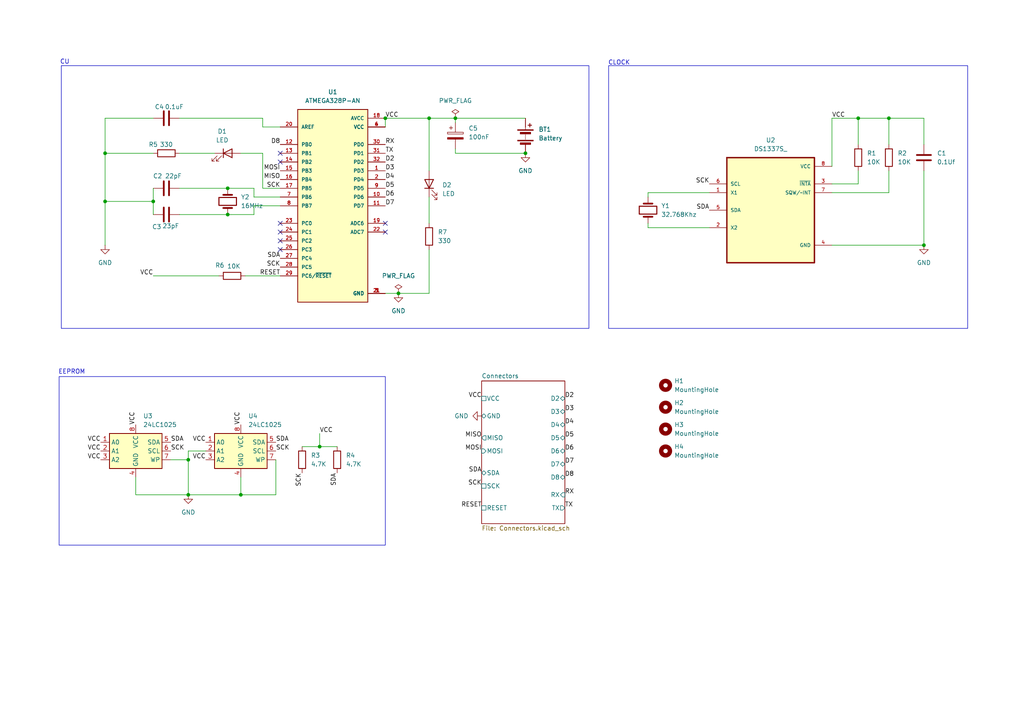
<source format=kicad_sch>
(kicad_sch
	(version 20250114)
	(generator "eeschema")
	(generator_version "9.0")
	(uuid "3778ae35-83d4-453d-85e6-071d5901507f")
	(paper "A4")
	(title_block
		(title "MCU DataLogger")
		(date "2025-06-28")
		(company "AKEEL")
	)
	(lib_symbols
		(symbol "ATMEGA328P-AN:ATMEGA328P-AN"
			(pin_names
				(offset 1.016)
			)
			(exclude_from_sim no)
			(in_bom yes)
			(on_board yes)
			(property "Reference" "U"
				(at -10.1856 29.2835 0)
				(effects
					(font
						(size 1.27 1.27)
					)
					(justify left bottom)
				)
			)
			(property "Value" "ATMEGA328P-AN"
				(at -10.1733 -31.7915 0)
				(effects
					(font
						(size 1.27 1.27)
					)
					(justify left bottom)
				)
			)
			(property "Footprint" "ATMEGA328P-AN:QFP80P900X900X120-32N"
				(at 0 0 0)
				(effects
					(font
						(size 1.27 1.27)
					)
					(justify bottom)
					(hide yes)
				)
			)
			(property "Datasheet" ""
				(at 0 0 0)
				(effects
					(font
						(size 1.27 1.27)
					)
					(hide yes)
				)
			)
			(property "Description" ""
				(at 0 0 0)
				(effects
					(font
						(size 1.27 1.27)
					)
					(hide yes)
				)
			)
			(property "MF" "Microchip Technology / Atmel"
				(at 0 0 0)
				(effects
					(font
						(size 1.27 1.27)
					)
					(justify bottom)
					(hide yes)
				)
			)
			(property "Description_1" "AVR AVR® ATmega Microcontroller IC 8-Bit 20MHz 32KB (16K x 16) FLASH 32-TQFP (7x7)"
				(at 0 0 0)
				(effects
					(font
						(size 1.27 1.27)
					)
					(justify bottom)
					(hide yes)
				)
			)
			(property "Package" "TQFP-32 Microchip Technology / Atmel"
				(at 0 0 0)
				(effects
					(font
						(size 1.27 1.27)
					)
					(justify bottom)
					(hide yes)
				)
			)
			(property "Price" "None"
				(at 0 0 0)
				(effects
					(font
						(size 1.27 1.27)
					)
					(justify bottom)
					(hide yes)
				)
			)
			(property "Check_prices" "https://www.snapeda.com/parts/ATMEGA328P-AN/Microchip/view-part/?ref=eda"
				(at 0 0 0)
				(effects
					(font
						(size 1.27 1.27)
					)
					(justify bottom)
					(hide yes)
				)
			)
			(property "SnapEDA_Link" "https://www.snapeda.com/parts/ATMEGA328P-AN/Microchip/view-part/?ref=snap"
				(at 0 0 0)
				(effects
					(font
						(size 1.27 1.27)
					)
					(justify bottom)
					(hide yes)
				)
			)
			(property "MP" "ATMEGA328P-AN"
				(at 0 0 0)
				(effects
					(font
						(size 1.27 1.27)
					)
					(justify bottom)
					(hide yes)
				)
			)
			(property "Availability" "In Stock"
				(at 0 0 0)
				(effects
					(font
						(size 1.27 1.27)
					)
					(justify bottom)
					(hide yes)
				)
			)
			(property "MANUFACTURER" "Atmel"
				(at 0 0 0)
				(effects
					(font
						(size 1.27 1.27)
					)
					(justify bottom)
					(hide yes)
				)
			)
			(symbol "ATMEGA328P-AN_0_0"
				(rectangle
					(start -10.16 -27.94)
					(end 10.16 27.94)
					(stroke
						(width 0.254)
						(type default)
					)
					(fill
						(type background)
					)
				)
				(pin input line
					(at -15.24 22.86 0)
					(length 5.08)
					(name "AREF"
						(effects
							(font
								(size 1.016 1.016)
							)
						)
					)
					(number "20"
						(effects
							(font
								(size 1.016 1.016)
							)
						)
					)
				)
				(pin bidirectional line
					(at -15.24 17.78 0)
					(length 5.08)
					(name "PB0"
						(effects
							(font
								(size 1.016 1.016)
							)
						)
					)
					(number "12"
						(effects
							(font
								(size 1.016 1.016)
							)
						)
					)
				)
				(pin bidirectional line
					(at -15.24 15.24 0)
					(length 5.08)
					(name "PB1"
						(effects
							(font
								(size 1.016 1.016)
							)
						)
					)
					(number "13"
						(effects
							(font
								(size 1.016 1.016)
							)
						)
					)
				)
				(pin bidirectional line
					(at -15.24 12.7 0)
					(length 5.08)
					(name "PB2"
						(effects
							(font
								(size 1.016 1.016)
							)
						)
					)
					(number "14"
						(effects
							(font
								(size 1.016 1.016)
							)
						)
					)
				)
				(pin bidirectional line
					(at -15.24 10.16 0)
					(length 5.08)
					(name "PB3"
						(effects
							(font
								(size 1.016 1.016)
							)
						)
					)
					(number "15"
						(effects
							(font
								(size 1.016 1.016)
							)
						)
					)
				)
				(pin bidirectional line
					(at -15.24 7.62 0)
					(length 5.08)
					(name "PB4"
						(effects
							(font
								(size 1.016 1.016)
							)
						)
					)
					(number "16"
						(effects
							(font
								(size 1.016 1.016)
							)
						)
					)
				)
				(pin bidirectional line
					(at -15.24 5.08 0)
					(length 5.08)
					(name "PB5"
						(effects
							(font
								(size 1.016 1.016)
							)
						)
					)
					(number "17"
						(effects
							(font
								(size 1.016 1.016)
							)
						)
					)
				)
				(pin bidirectional line
					(at -15.24 2.54 0)
					(length 5.08)
					(name "PB6"
						(effects
							(font
								(size 1.016 1.016)
							)
						)
					)
					(number "7"
						(effects
							(font
								(size 1.016 1.016)
							)
						)
					)
				)
				(pin bidirectional line
					(at -15.24 0 0)
					(length 5.08)
					(name "PB7"
						(effects
							(font
								(size 1.016 1.016)
							)
						)
					)
					(number "8"
						(effects
							(font
								(size 1.016 1.016)
							)
						)
					)
				)
				(pin bidirectional line
					(at -15.24 -5.08 0)
					(length 5.08)
					(name "PC0"
						(effects
							(font
								(size 1.016 1.016)
							)
						)
					)
					(number "23"
						(effects
							(font
								(size 1.016 1.016)
							)
						)
					)
				)
				(pin bidirectional line
					(at -15.24 -7.62 0)
					(length 5.08)
					(name "PC1"
						(effects
							(font
								(size 1.016 1.016)
							)
						)
					)
					(number "24"
						(effects
							(font
								(size 1.016 1.016)
							)
						)
					)
				)
				(pin bidirectional line
					(at -15.24 -10.16 0)
					(length 5.08)
					(name "PC2"
						(effects
							(font
								(size 1.016 1.016)
							)
						)
					)
					(number "25"
						(effects
							(font
								(size 1.016 1.016)
							)
						)
					)
				)
				(pin bidirectional line
					(at -15.24 -12.7 0)
					(length 5.08)
					(name "PC3"
						(effects
							(font
								(size 1.016 1.016)
							)
						)
					)
					(number "26"
						(effects
							(font
								(size 1.016 1.016)
							)
						)
					)
				)
				(pin bidirectional line
					(at -15.24 -15.24 0)
					(length 5.08)
					(name "PC4"
						(effects
							(font
								(size 1.016 1.016)
							)
						)
					)
					(number "27"
						(effects
							(font
								(size 1.016 1.016)
							)
						)
					)
				)
				(pin bidirectional line
					(at -15.24 -17.78 0)
					(length 5.08)
					(name "PC5"
						(effects
							(font
								(size 1.016 1.016)
							)
						)
					)
					(number "28"
						(effects
							(font
								(size 1.016 1.016)
							)
						)
					)
				)
				(pin bidirectional line
					(at -15.24 -20.32 0)
					(length 5.08)
					(name "PC6/~{RESET}"
						(effects
							(font
								(size 1.016 1.016)
							)
						)
					)
					(number "29"
						(effects
							(font
								(size 1.016 1.016)
							)
						)
					)
				)
				(pin power_in line
					(at 15.24 25.4 180)
					(length 5.08)
					(name "AVCC"
						(effects
							(font
								(size 1.016 1.016)
							)
						)
					)
					(number "18"
						(effects
							(font
								(size 1.016 1.016)
							)
						)
					)
				)
				(pin power_in line
					(at 15.24 22.86 180)
					(length 5.08)
					(name "VCC"
						(effects
							(font
								(size 1.016 1.016)
							)
						)
					)
					(number "4"
						(effects
							(font
								(size 1.016 1.016)
							)
						)
					)
				)
				(pin power_in line
					(at 15.24 22.86 180)
					(length 5.08)
					(name "VCC"
						(effects
							(font
								(size 1.016 1.016)
							)
						)
					)
					(number "6"
						(effects
							(font
								(size 1.016 1.016)
							)
						)
					)
				)
				(pin bidirectional line
					(at 15.24 17.78 180)
					(length 5.08)
					(name "PD0"
						(effects
							(font
								(size 1.016 1.016)
							)
						)
					)
					(number "30"
						(effects
							(font
								(size 1.016 1.016)
							)
						)
					)
				)
				(pin bidirectional line
					(at 15.24 15.24 180)
					(length 5.08)
					(name "PD1"
						(effects
							(font
								(size 1.016 1.016)
							)
						)
					)
					(number "31"
						(effects
							(font
								(size 1.016 1.016)
							)
						)
					)
				)
				(pin bidirectional line
					(at 15.24 12.7 180)
					(length 5.08)
					(name "PD2"
						(effects
							(font
								(size 1.016 1.016)
							)
						)
					)
					(number "32"
						(effects
							(font
								(size 1.016 1.016)
							)
						)
					)
				)
				(pin bidirectional line
					(at 15.24 10.16 180)
					(length 5.08)
					(name "PD3"
						(effects
							(font
								(size 1.016 1.016)
							)
						)
					)
					(number "1"
						(effects
							(font
								(size 1.016 1.016)
							)
						)
					)
				)
				(pin bidirectional line
					(at 15.24 7.62 180)
					(length 5.08)
					(name "PD4"
						(effects
							(font
								(size 1.016 1.016)
							)
						)
					)
					(number "2"
						(effects
							(font
								(size 1.016 1.016)
							)
						)
					)
				)
				(pin bidirectional line
					(at 15.24 5.08 180)
					(length 5.08)
					(name "PD5"
						(effects
							(font
								(size 1.016 1.016)
							)
						)
					)
					(number "9"
						(effects
							(font
								(size 1.016 1.016)
							)
						)
					)
				)
				(pin bidirectional line
					(at 15.24 2.54 180)
					(length 5.08)
					(name "PD6"
						(effects
							(font
								(size 1.016 1.016)
							)
						)
					)
					(number "10"
						(effects
							(font
								(size 1.016 1.016)
							)
						)
					)
				)
				(pin bidirectional line
					(at 15.24 0 180)
					(length 5.08)
					(name "PD7"
						(effects
							(font
								(size 1.016 1.016)
							)
						)
					)
					(number "11"
						(effects
							(font
								(size 1.016 1.016)
							)
						)
					)
				)
				(pin bidirectional line
					(at 15.24 -5.08 180)
					(length 5.08)
					(name "ADC6"
						(effects
							(font
								(size 1.016 1.016)
							)
						)
					)
					(number "19"
						(effects
							(font
								(size 1.016 1.016)
							)
						)
					)
				)
				(pin bidirectional line
					(at 15.24 -7.62 180)
					(length 5.08)
					(name "ADC7"
						(effects
							(font
								(size 1.016 1.016)
							)
						)
					)
					(number "22"
						(effects
							(font
								(size 1.016 1.016)
							)
						)
					)
				)
				(pin power_in line
					(at 15.24 -25.4 180)
					(length 5.08)
					(name "GND"
						(effects
							(font
								(size 1.016 1.016)
							)
						)
					)
					(number "21"
						(effects
							(font
								(size 1.016 1.016)
							)
						)
					)
				)
				(pin power_in line
					(at 15.24 -25.4 180)
					(length 5.08)
					(name "GND"
						(effects
							(font
								(size 1.016 1.016)
							)
						)
					)
					(number "3"
						(effects
							(font
								(size 1.016 1.016)
							)
						)
					)
				)
				(pin power_in line
					(at 15.24 -25.4 180)
					(length 5.08)
					(name "GND"
						(effects
							(font
								(size 1.016 1.016)
							)
						)
					)
					(number "5"
						(effects
							(font
								(size 1.016 1.016)
							)
						)
					)
				)
			)
			(embedded_fonts no)
		)
		(symbol "DS1337S_:DS1337S_"
			(pin_names
				(offset 1.016)
			)
			(exclude_from_sim no)
			(in_bom yes)
			(on_board yes)
			(property "Reference" "U"
				(at -12.7 16.24 0)
				(effects
					(font
						(size 1.27 1.27)
					)
					(justify left bottom)
				)
			)
			(property "Value" "DS1337S_"
				(at -12.7 -19.24 0)
				(effects
					(font
						(size 1.27 1.27)
					)
					(justify left bottom)
				)
			)
			(property "Footprint" "DS1337S_:SOIC127P600X175-8N"
				(at 0 0 0)
				(effects
					(font
						(size 1.27 1.27)
					)
					(justify bottom)
					(hide yes)
				)
			)
			(property "Datasheet" ""
				(at 0 0 0)
				(effects
					(font
						(size 1.27 1.27)
					)
					(hide yes)
				)
			)
			(property "Description" ""
				(at 0 0 0)
				(effects
					(font
						(size 1.27 1.27)
					)
					(hide yes)
				)
			)
			(property "MF" "Analog Devices"
				(at 0 0 0)
				(effects
					(font
						(size 1.27 1.27)
					)
					(justify bottom)
					(hide yes)
				)
			)
			(property "Description_1" "I²C Serial Real-Time Clock"
				(at 0 0 0)
				(effects
					(font
						(size 1.27 1.27)
					)
					(justify bottom)
					(hide yes)
				)
			)
			(property "Package" "SOIC-8 Maxim"
				(at 0 0 0)
				(effects
					(font
						(size 1.27 1.27)
					)
					(justify bottom)
					(hide yes)
				)
			)
			(property "Price" "None"
				(at 0 0 0)
				(effects
					(font
						(size 1.27 1.27)
					)
					(justify bottom)
					(hide yes)
				)
			)
			(property "SnapEDA_Link" "https://www.snapeda.com/parts/DS1337S+/Analog+Devices/view-part/?ref=snap"
				(at 0 0 0)
				(effects
					(font
						(size 1.27 1.27)
					)
					(justify bottom)
					(hide yes)
				)
			)
			(property "MP" "DS1337S+"
				(at 0 0 0)
				(effects
					(font
						(size 1.27 1.27)
					)
					(justify bottom)
					(hide yes)
				)
			)
			(property "Availability" "In Stock"
				(at 0 0 0)
				(effects
					(font
						(size 1.27 1.27)
					)
					(justify bottom)
					(hide yes)
				)
			)
			(property "Check_prices" "https://www.snapeda.com/parts/DS1337S+/Analog+Devices/view-part/?ref=eda"
				(at 0 0 0)
				(effects
					(font
						(size 1.27 1.27)
					)
					(justify bottom)
					(hide yes)
				)
			)
			(symbol "DS1337S__0_0"
				(rectangle
					(start -12.7 -15.24)
					(end 12.7 15.24)
					(stroke
						(width 0.41)
						(type default)
					)
					(fill
						(type background)
					)
				)
				(pin input line
					(at -17.78 7.62 0)
					(length 5.08)
					(name "SCL"
						(effects
							(font
								(size 1.016 1.016)
							)
						)
					)
					(number "6"
						(effects
							(font
								(size 1.016 1.016)
							)
						)
					)
				)
				(pin input line
					(at -17.78 5.08 0)
					(length 5.08)
					(name "X1"
						(effects
							(font
								(size 1.016 1.016)
							)
						)
					)
					(number "1"
						(effects
							(font
								(size 1.016 1.016)
							)
						)
					)
				)
				(pin bidirectional line
					(at -17.78 0 0)
					(length 5.08)
					(name "SDA"
						(effects
							(font
								(size 1.016 1.016)
							)
						)
					)
					(number "5"
						(effects
							(font
								(size 1.016 1.016)
							)
						)
					)
				)
				(pin bidirectional line
					(at -17.78 -5.08 0)
					(length 5.08)
					(name "X2"
						(effects
							(font
								(size 1.016 1.016)
							)
						)
					)
					(number "2"
						(effects
							(font
								(size 1.016 1.016)
							)
						)
					)
				)
				(pin power_in line
					(at 17.78 12.7 180)
					(length 5.08)
					(name "VCC"
						(effects
							(font
								(size 1.016 1.016)
							)
						)
					)
					(number "8"
						(effects
							(font
								(size 1.016 1.016)
							)
						)
					)
				)
				(pin output line
					(at 17.78 7.62 180)
					(length 5.08)
					(name "~{INTA}"
						(effects
							(font
								(size 1.016 1.016)
							)
						)
					)
					(number "3"
						(effects
							(font
								(size 1.016 1.016)
							)
						)
					)
				)
				(pin output line
					(at 17.78 5.08 180)
					(length 5.08)
					(name "SQW/~INT"
						(effects
							(font
								(size 1.016 1.016)
							)
						)
					)
					(number "7"
						(effects
							(font
								(size 1.016 1.016)
							)
						)
					)
				)
				(pin power_in line
					(at 17.78 -10.16 180)
					(length 5.08)
					(name "GND"
						(effects
							(font
								(size 1.016 1.016)
							)
						)
					)
					(number "4"
						(effects
							(font
								(size 1.016 1.016)
							)
						)
					)
				)
			)
			(embedded_fonts no)
		)
		(symbol "Device:Battery"
			(pin_numbers
				(hide yes)
			)
			(pin_names
				(offset 0)
				(hide yes)
			)
			(exclude_from_sim no)
			(in_bom yes)
			(on_board yes)
			(property "Reference" "BT"
				(at 2.54 2.54 0)
				(effects
					(font
						(size 1.27 1.27)
					)
					(justify left)
				)
			)
			(property "Value" "Battery"
				(at 2.54 0 0)
				(effects
					(font
						(size 1.27 1.27)
					)
					(justify left)
				)
			)
			(property "Footprint" ""
				(at 0 1.524 90)
				(effects
					(font
						(size 1.27 1.27)
					)
					(hide yes)
				)
			)
			(property "Datasheet" "~"
				(at 0 1.524 90)
				(effects
					(font
						(size 1.27 1.27)
					)
					(hide yes)
				)
			)
			(property "Description" "Multiple-cell battery"
				(at 0 0 0)
				(effects
					(font
						(size 1.27 1.27)
					)
					(hide yes)
				)
			)
			(property "ki_keywords" "batt voltage-source cell"
				(at 0 0 0)
				(effects
					(font
						(size 1.27 1.27)
					)
					(hide yes)
				)
			)
			(symbol "Battery_0_1"
				(rectangle
					(start -2.286 1.778)
					(end 2.286 1.524)
					(stroke
						(width 0)
						(type default)
					)
					(fill
						(type outline)
					)
				)
				(rectangle
					(start -2.286 -1.27)
					(end 2.286 -1.524)
					(stroke
						(width 0)
						(type default)
					)
					(fill
						(type outline)
					)
				)
				(rectangle
					(start -1.524 1.016)
					(end 1.524 0.508)
					(stroke
						(width 0)
						(type default)
					)
					(fill
						(type outline)
					)
				)
				(rectangle
					(start -1.524 -2.032)
					(end 1.524 -2.54)
					(stroke
						(width 0)
						(type default)
					)
					(fill
						(type outline)
					)
				)
				(polyline
					(pts
						(xy 0 1.778) (xy 0 2.54)
					)
					(stroke
						(width 0)
						(type default)
					)
					(fill
						(type none)
					)
				)
				(polyline
					(pts
						(xy 0 0) (xy 0 0.254)
					)
					(stroke
						(width 0)
						(type default)
					)
					(fill
						(type none)
					)
				)
				(polyline
					(pts
						(xy 0 -0.508) (xy 0 -0.254)
					)
					(stroke
						(width 0)
						(type default)
					)
					(fill
						(type none)
					)
				)
				(polyline
					(pts
						(xy 0 -1.016) (xy 0 -0.762)
					)
					(stroke
						(width 0)
						(type default)
					)
					(fill
						(type none)
					)
				)
				(polyline
					(pts
						(xy 0.762 3.048) (xy 1.778 3.048)
					)
					(stroke
						(width 0.254)
						(type default)
					)
					(fill
						(type none)
					)
				)
				(polyline
					(pts
						(xy 1.27 3.556) (xy 1.27 2.54)
					)
					(stroke
						(width 0.254)
						(type default)
					)
					(fill
						(type none)
					)
				)
			)
			(symbol "Battery_1_1"
				(pin passive line
					(at 0 5.08 270)
					(length 2.54)
					(name "+"
						(effects
							(font
								(size 1.27 1.27)
							)
						)
					)
					(number "1"
						(effects
							(font
								(size 1.27 1.27)
							)
						)
					)
				)
				(pin passive line
					(at 0 -5.08 90)
					(length 2.54)
					(name "-"
						(effects
							(font
								(size 1.27 1.27)
							)
						)
					)
					(number "2"
						(effects
							(font
								(size 1.27 1.27)
							)
						)
					)
				)
			)
			(embedded_fonts no)
		)
		(symbol "Device:C"
			(pin_numbers
				(hide yes)
			)
			(pin_names
				(offset 0.254)
			)
			(exclude_from_sim no)
			(in_bom yes)
			(on_board yes)
			(property "Reference" "C"
				(at 0.635 2.54 0)
				(effects
					(font
						(size 1.27 1.27)
					)
					(justify left)
				)
			)
			(property "Value" "C"
				(at 0.635 -2.54 0)
				(effects
					(font
						(size 1.27 1.27)
					)
					(justify left)
				)
			)
			(property "Footprint" ""
				(at 0.9652 -3.81 0)
				(effects
					(font
						(size 1.27 1.27)
					)
					(hide yes)
				)
			)
			(property "Datasheet" "~"
				(at 0 0 0)
				(effects
					(font
						(size 1.27 1.27)
					)
					(hide yes)
				)
			)
			(property "Description" "Unpolarized capacitor"
				(at 0 0 0)
				(effects
					(font
						(size 1.27 1.27)
					)
					(hide yes)
				)
			)
			(property "ki_keywords" "cap capacitor"
				(at 0 0 0)
				(effects
					(font
						(size 1.27 1.27)
					)
					(hide yes)
				)
			)
			(property "ki_fp_filters" "C_*"
				(at 0 0 0)
				(effects
					(font
						(size 1.27 1.27)
					)
					(hide yes)
				)
			)
			(symbol "C_0_1"
				(polyline
					(pts
						(xy -2.032 0.762) (xy 2.032 0.762)
					)
					(stroke
						(width 0.508)
						(type default)
					)
					(fill
						(type none)
					)
				)
				(polyline
					(pts
						(xy -2.032 -0.762) (xy 2.032 -0.762)
					)
					(stroke
						(width 0.508)
						(type default)
					)
					(fill
						(type none)
					)
				)
			)
			(symbol "C_1_1"
				(pin passive line
					(at 0 3.81 270)
					(length 2.794)
					(name "~"
						(effects
							(font
								(size 1.27 1.27)
							)
						)
					)
					(number "1"
						(effects
							(font
								(size 1.27 1.27)
							)
						)
					)
				)
				(pin passive line
					(at 0 -3.81 90)
					(length 2.794)
					(name "~"
						(effects
							(font
								(size 1.27 1.27)
							)
						)
					)
					(number "2"
						(effects
							(font
								(size 1.27 1.27)
							)
						)
					)
				)
			)
			(embedded_fonts no)
		)
		(symbol "Device:C_Polarized"
			(pin_numbers
				(hide yes)
			)
			(pin_names
				(offset 0.254)
			)
			(exclude_from_sim no)
			(in_bom yes)
			(on_board yes)
			(property "Reference" "C"
				(at 0.635 2.54 0)
				(effects
					(font
						(size 1.27 1.27)
					)
					(justify left)
				)
			)
			(property "Value" "C_Polarized"
				(at 0.635 -2.54 0)
				(effects
					(font
						(size 1.27 1.27)
					)
					(justify left)
				)
			)
			(property "Footprint" ""
				(at 0.9652 -3.81 0)
				(effects
					(font
						(size 1.27 1.27)
					)
					(hide yes)
				)
			)
			(property "Datasheet" "~"
				(at 0 0 0)
				(effects
					(font
						(size 1.27 1.27)
					)
					(hide yes)
				)
			)
			(property "Description" "Polarized capacitor"
				(at 0 0 0)
				(effects
					(font
						(size 1.27 1.27)
					)
					(hide yes)
				)
			)
			(property "ki_keywords" "cap capacitor"
				(at 0 0 0)
				(effects
					(font
						(size 1.27 1.27)
					)
					(hide yes)
				)
			)
			(property "ki_fp_filters" "CP_*"
				(at 0 0 0)
				(effects
					(font
						(size 1.27 1.27)
					)
					(hide yes)
				)
			)
			(symbol "C_Polarized_0_1"
				(rectangle
					(start -2.286 0.508)
					(end 2.286 1.016)
					(stroke
						(width 0)
						(type default)
					)
					(fill
						(type none)
					)
				)
				(polyline
					(pts
						(xy -1.778 2.286) (xy -0.762 2.286)
					)
					(stroke
						(width 0)
						(type default)
					)
					(fill
						(type none)
					)
				)
				(polyline
					(pts
						(xy -1.27 2.794) (xy -1.27 1.778)
					)
					(stroke
						(width 0)
						(type default)
					)
					(fill
						(type none)
					)
				)
				(rectangle
					(start 2.286 -0.508)
					(end -2.286 -1.016)
					(stroke
						(width 0)
						(type default)
					)
					(fill
						(type outline)
					)
				)
			)
			(symbol "C_Polarized_1_1"
				(pin passive line
					(at 0 3.81 270)
					(length 2.794)
					(name "~"
						(effects
							(font
								(size 1.27 1.27)
							)
						)
					)
					(number "1"
						(effects
							(font
								(size 1.27 1.27)
							)
						)
					)
				)
				(pin passive line
					(at 0 -3.81 90)
					(length 2.794)
					(name "~"
						(effects
							(font
								(size 1.27 1.27)
							)
						)
					)
					(number "2"
						(effects
							(font
								(size 1.27 1.27)
							)
						)
					)
				)
			)
			(embedded_fonts no)
		)
		(symbol "Device:Crystal"
			(pin_numbers
				(hide yes)
			)
			(pin_names
				(offset 1.016)
				(hide yes)
			)
			(exclude_from_sim no)
			(in_bom yes)
			(on_board yes)
			(property "Reference" "Y"
				(at 0 3.81 0)
				(effects
					(font
						(size 1.27 1.27)
					)
				)
			)
			(property "Value" "Crystal"
				(at 0 -3.81 0)
				(effects
					(font
						(size 1.27 1.27)
					)
				)
			)
			(property "Footprint" ""
				(at 0 0 0)
				(effects
					(font
						(size 1.27 1.27)
					)
					(hide yes)
				)
			)
			(property "Datasheet" "~"
				(at 0 0 0)
				(effects
					(font
						(size 1.27 1.27)
					)
					(hide yes)
				)
			)
			(property "Description" "Two pin crystal"
				(at 0 0 0)
				(effects
					(font
						(size 1.27 1.27)
					)
					(hide yes)
				)
			)
			(property "ki_keywords" "quartz ceramic resonator oscillator"
				(at 0 0 0)
				(effects
					(font
						(size 1.27 1.27)
					)
					(hide yes)
				)
			)
			(property "ki_fp_filters" "Crystal*"
				(at 0 0 0)
				(effects
					(font
						(size 1.27 1.27)
					)
					(hide yes)
				)
			)
			(symbol "Crystal_0_1"
				(polyline
					(pts
						(xy -2.54 0) (xy -1.905 0)
					)
					(stroke
						(width 0)
						(type default)
					)
					(fill
						(type none)
					)
				)
				(polyline
					(pts
						(xy -1.905 -1.27) (xy -1.905 1.27)
					)
					(stroke
						(width 0.508)
						(type default)
					)
					(fill
						(type none)
					)
				)
				(rectangle
					(start -1.143 2.54)
					(end 1.143 -2.54)
					(stroke
						(width 0.3048)
						(type default)
					)
					(fill
						(type none)
					)
				)
				(polyline
					(pts
						(xy 1.905 -1.27) (xy 1.905 1.27)
					)
					(stroke
						(width 0.508)
						(type default)
					)
					(fill
						(type none)
					)
				)
				(polyline
					(pts
						(xy 2.54 0) (xy 1.905 0)
					)
					(stroke
						(width 0)
						(type default)
					)
					(fill
						(type none)
					)
				)
			)
			(symbol "Crystal_1_1"
				(pin passive line
					(at -3.81 0 0)
					(length 1.27)
					(name "1"
						(effects
							(font
								(size 1.27 1.27)
							)
						)
					)
					(number "1"
						(effects
							(font
								(size 1.27 1.27)
							)
						)
					)
				)
				(pin passive line
					(at 3.81 0 180)
					(length 1.27)
					(name "2"
						(effects
							(font
								(size 1.27 1.27)
							)
						)
					)
					(number "2"
						(effects
							(font
								(size 1.27 1.27)
							)
						)
					)
				)
			)
			(embedded_fonts no)
		)
		(symbol "Device:LED"
			(pin_numbers
				(hide yes)
			)
			(pin_names
				(offset 1.016)
				(hide yes)
			)
			(exclude_from_sim no)
			(in_bom yes)
			(on_board yes)
			(property "Reference" "D"
				(at 0 2.54 0)
				(effects
					(font
						(size 1.27 1.27)
					)
				)
			)
			(property "Value" "LED"
				(at 0 -2.54 0)
				(effects
					(font
						(size 1.27 1.27)
					)
				)
			)
			(property "Footprint" ""
				(at 0 0 0)
				(effects
					(font
						(size 1.27 1.27)
					)
					(hide yes)
				)
			)
			(property "Datasheet" "~"
				(at 0 0 0)
				(effects
					(font
						(size 1.27 1.27)
					)
					(hide yes)
				)
			)
			(property "Description" "Light emitting diode"
				(at 0 0 0)
				(effects
					(font
						(size 1.27 1.27)
					)
					(hide yes)
				)
			)
			(property "Sim.Pins" "1=K 2=A"
				(at 0 0 0)
				(effects
					(font
						(size 1.27 1.27)
					)
					(hide yes)
				)
			)
			(property "ki_keywords" "LED diode"
				(at 0 0 0)
				(effects
					(font
						(size 1.27 1.27)
					)
					(hide yes)
				)
			)
			(property "ki_fp_filters" "LED* LED_SMD:* LED_THT:*"
				(at 0 0 0)
				(effects
					(font
						(size 1.27 1.27)
					)
					(hide yes)
				)
			)
			(symbol "LED_0_1"
				(polyline
					(pts
						(xy -3.048 -0.762) (xy -4.572 -2.286) (xy -3.81 -2.286) (xy -4.572 -2.286) (xy -4.572 -1.524)
					)
					(stroke
						(width 0)
						(type default)
					)
					(fill
						(type none)
					)
				)
				(polyline
					(pts
						(xy -1.778 -0.762) (xy -3.302 -2.286) (xy -2.54 -2.286) (xy -3.302 -2.286) (xy -3.302 -1.524)
					)
					(stroke
						(width 0)
						(type default)
					)
					(fill
						(type none)
					)
				)
				(polyline
					(pts
						(xy -1.27 0) (xy 1.27 0)
					)
					(stroke
						(width 0)
						(type default)
					)
					(fill
						(type none)
					)
				)
				(polyline
					(pts
						(xy -1.27 -1.27) (xy -1.27 1.27)
					)
					(stroke
						(width 0.254)
						(type default)
					)
					(fill
						(type none)
					)
				)
				(polyline
					(pts
						(xy 1.27 -1.27) (xy 1.27 1.27) (xy -1.27 0) (xy 1.27 -1.27)
					)
					(stroke
						(width 0.254)
						(type default)
					)
					(fill
						(type none)
					)
				)
			)
			(symbol "LED_1_1"
				(pin passive line
					(at -3.81 0 0)
					(length 2.54)
					(name "K"
						(effects
							(font
								(size 1.27 1.27)
							)
						)
					)
					(number "1"
						(effects
							(font
								(size 1.27 1.27)
							)
						)
					)
				)
				(pin passive line
					(at 3.81 0 180)
					(length 2.54)
					(name "A"
						(effects
							(font
								(size 1.27 1.27)
							)
						)
					)
					(number "2"
						(effects
							(font
								(size 1.27 1.27)
							)
						)
					)
				)
			)
			(embedded_fonts no)
		)
		(symbol "Device:R"
			(pin_numbers
				(hide yes)
			)
			(pin_names
				(offset 0)
			)
			(exclude_from_sim no)
			(in_bom yes)
			(on_board yes)
			(property "Reference" "R"
				(at 2.032 0 90)
				(effects
					(font
						(size 1.27 1.27)
					)
				)
			)
			(property "Value" "R"
				(at 0 0 90)
				(effects
					(font
						(size 1.27 1.27)
					)
				)
			)
			(property "Footprint" ""
				(at -1.778 0 90)
				(effects
					(font
						(size 1.27 1.27)
					)
					(hide yes)
				)
			)
			(property "Datasheet" "~"
				(at 0 0 0)
				(effects
					(font
						(size 1.27 1.27)
					)
					(hide yes)
				)
			)
			(property "Description" "Resistor"
				(at 0 0 0)
				(effects
					(font
						(size 1.27 1.27)
					)
					(hide yes)
				)
			)
			(property "ki_keywords" "R res resistor"
				(at 0 0 0)
				(effects
					(font
						(size 1.27 1.27)
					)
					(hide yes)
				)
			)
			(property "ki_fp_filters" "R_*"
				(at 0 0 0)
				(effects
					(font
						(size 1.27 1.27)
					)
					(hide yes)
				)
			)
			(symbol "R_0_1"
				(rectangle
					(start -1.016 -2.54)
					(end 1.016 2.54)
					(stroke
						(width 0.254)
						(type default)
					)
					(fill
						(type none)
					)
				)
			)
			(symbol "R_1_1"
				(pin passive line
					(at 0 3.81 270)
					(length 1.27)
					(name "~"
						(effects
							(font
								(size 1.27 1.27)
							)
						)
					)
					(number "1"
						(effects
							(font
								(size 1.27 1.27)
							)
						)
					)
				)
				(pin passive line
					(at 0 -3.81 90)
					(length 1.27)
					(name "~"
						(effects
							(font
								(size 1.27 1.27)
							)
						)
					)
					(number "2"
						(effects
							(font
								(size 1.27 1.27)
							)
						)
					)
				)
			)
			(embedded_fonts no)
		)
		(symbol "Mechanical:MountingHole"
			(pin_names
				(offset 1.016)
			)
			(exclude_from_sim no)
			(in_bom no)
			(on_board yes)
			(property "Reference" "H"
				(at 0 5.08 0)
				(effects
					(font
						(size 1.27 1.27)
					)
				)
			)
			(property "Value" "MountingHole"
				(at 0 3.175 0)
				(effects
					(font
						(size 1.27 1.27)
					)
				)
			)
			(property "Footprint" ""
				(at 0 0 0)
				(effects
					(font
						(size 1.27 1.27)
					)
					(hide yes)
				)
			)
			(property "Datasheet" "~"
				(at 0 0 0)
				(effects
					(font
						(size 1.27 1.27)
					)
					(hide yes)
				)
			)
			(property "Description" "Mounting Hole without connection"
				(at 0 0 0)
				(effects
					(font
						(size 1.27 1.27)
					)
					(hide yes)
				)
			)
			(property "ki_keywords" "mounting hole"
				(at 0 0 0)
				(effects
					(font
						(size 1.27 1.27)
					)
					(hide yes)
				)
			)
			(property "ki_fp_filters" "MountingHole*"
				(at 0 0 0)
				(effects
					(font
						(size 1.27 1.27)
					)
					(hide yes)
				)
			)
			(symbol "MountingHole_0_1"
				(circle
					(center 0 0)
					(radius 1.27)
					(stroke
						(width 1.27)
						(type default)
					)
					(fill
						(type none)
					)
				)
			)
			(embedded_fonts no)
		)
		(symbol "Memory_EEPROM:24LC1025"
			(exclude_from_sim no)
			(in_bom yes)
			(on_board yes)
			(property "Reference" "U"
				(at -6.35 6.35 0)
				(effects
					(font
						(size 1.27 1.27)
					)
				)
			)
			(property "Value" "24LC1025"
				(at 1.27 6.35 0)
				(effects
					(font
						(size 1.27 1.27)
					)
					(justify left)
				)
			)
			(property "Footprint" ""
				(at 0 0 0)
				(effects
					(font
						(size 1.27 1.27)
					)
					(hide yes)
				)
			)
			(property "Datasheet" "http://ww1.microchip.com/downloads/en/DeviceDoc/21941B.pdf"
				(at 0 0 0)
				(effects
					(font
						(size 1.27 1.27)
					)
					(hide yes)
				)
			)
			(property "Description" "I2C Serial EEPROM, 1024Kb, DIP-8/SOIC-8/TSSOP-8/DFN-8"
				(at 0 0 0)
				(effects
					(font
						(size 1.27 1.27)
					)
					(hide yes)
				)
			)
			(property "ki_keywords" "I2C Serial EEPROM"
				(at 0 0 0)
				(effects
					(font
						(size 1.27 1.27)
					)
					(hide yes)
				)
			)
			(property "ki_fp_filters" "DIP*W7.62mm* SOIC*3.9x4.9mm* TSSOP*4.4x3mm*P0.65mm* DFN*3x2mm*P0.5mm*"
				(at 0 0 0)
				(effects
					(font
						(size 1.27 1.27)
					)
					(hide yes)
				)
			)
			(symbol "24LC1025_1_1"
				(rectangle
					(start -7.62 5.08)
					(end 7.62 -5.08)
					(stroke
						(width 0.254)
						(type default)
					)
					(fill
						(type background)
					)
				)
				(pin input line
					(at -10.16 2.54 0)
					(length 2.54)
					(name "A0"
						(effects
							(font
								(size 1.27 1.27)
							)
						)
					)
					(number "1"
						(effects
							(font
								(size 1.27 1.27)
							)
						)
					)
				)
				(pin input line
					(at -10.16 0 0)
					(length 2.54)
					(name "A1"
						(effects
							(font
								(size 1.27 1.27)
							)
						)
					)
					(number "2"
						(effects
							(font
								(size 1.27 1.27)
							)
						)
					)
				)
				(pin input line
					(at -10.16 -2.54 0)
					(length 2.54)
					(name "A2"
						(effects
							(font
								(size 1.27 1.27)
							)
						)
					)
					(number "3"
						(effects
							(font
								(size 1.27 1.27)
							)
						)
					)
				)
				(pin power_in line
					(at 0 7.62 270)
					(length 2.54)
					(name "VCC"
						(effects
							(font
								(size 1.27 1.27)
							)
						)
					)
					(number "8"
						(effects
							(font
								(size 1.27 1.27)
							)
						)
					)
				)
				(pin power_in line
					(at 0 -7.62 90)
					(length 2.54)
					(name "GND"
						(effects
							(font
								(size 1.27 1.27)
							)
						)
					)
					(number "4"
						(effects
							(font
								(size 1.27 1.27)
							)
						)
					)
				)
				(pin bidirectional line
					(at 10.16 2.54 180)
					(length 2.54)
					(name "SDA"
						(effects
							(font
								(size 1.27 1.27)
							)
						)
					)
					(number "5"
						(effects
							(font
								(size 1.27 1.27)
							)
						)
					)
				)
				(pin input line
					(at 10.16 0 180)
					(length 2.54)
					(name "SCL"
						(effects
							(font
								(size 1.27 1.27)
							)
						)
					)
					(number "6"
						(effects
							(font
								(size 1.27 1.27)
							)
						)
					)
				)
				(pin input line
					(at 10.16 -2.54 180)
					(length 2.54)
					(name "WP"
						(effects
							(font
								(size 1.27 1.27)
							)
						)
					)
					(number "7"
						(effects
							(font
								(size 1.27 1.27)
							)
						)
					)
				)
			)
			(embedded_fonts no)
		)
		(symbol "power:GND"
			(power)
			(pin_numbers
				(hide yes)
			)
			(pin_names
				(offset 0)
				(hide yes)
			)
			(exclude_from_sim no)
			(in_bom yes)
			(on_board yes)
			(property "Reference" "#PWR"
				(at 0 -6.35 0)
				(effects
					(font
						(size 1.27 1.27)
					)
					(hide yes)
				)
			)
			(property "Value" "GND"
				(at 0 -3.81 0)
				(effects
					(font
						(size 1.27 1.27)
					)
				)
			)
			(property "Footprint" ""
				(at 0 0 0)
				(effects
					(font
						(size 1.27 1.27)
					)
					(hide yes)
				)
			)
			(property "Datasheet" ""
				(at 0 0 0)
				(effects
					(font
						(size 1.27 1.27)
					)
					(hide yes)
				)
			)
			(property "Description" "Power symbol creates a global label with name \"GND\" , ground"
				(at 0 0 0)
				(effects
					(font
						(size 1.27 1.27)
					)
					(hide yes)
				)
			)
			(property "ki_keywords" "global power"
				(at 0 0 0)
				(effects
					(font
						(size 1.27 1.27)
					)
					(hide yes)
				)
			)
			(symbol "GND_0_1"
				(polyline
					(pts
						(xy 0 0) (xy 0 -1.27) (xy 1.27 -1.27) (xy 0 -2.54) (xy -1.27 -1.27) (xy 0 -1.27)
					)
					(stroke
						(width 0)
						(type default)
					)
					(fill
						(type none)
					)
				)
			)
			(symbol "GND_1_1"
				(pin power_in line
					(at 0 0 270)
					(length 0)
					(name "~"
						(effects
							(font
								(size 1.27 1.27)
							)
						)
					)
					(number "1"
						(effects
							(font
								(size 1.27 1.27)
							)
						)
					)
				)
			)
			(embedded_fonts no)
		)
		(symbol "power:PWR_FLAG"
			(power)
			(pin_numbers
				(hide yes)
			)
			(pin_names
				(offset 0)
				(hide yes)
			)
			(exclude_from_sim no)
			(in_bom yes)
			(on_board yes)
			(property "Reference" "#FLG"
				(at 0 1.905 0)
				(effects
					(font
						(size 1.27 1.27)
					)
					(hide yes)
				)
			)
			(property "Value" "PWR_FLAG"
				(at 0 3.81 0)
				(effects
					(font
						(size 1.27 1.27)
					)
				)
			)
			(property "Footprint" ""
				(at 0 0 0)
				(effects
					(font
						(size 1.27 1.27)
					)
					(hide yes)
				)
			)
			(property "Datasheet" "~"
				(at 0 0 0)
				(effects
					(font
						(size 1.27 1.27)
					)
					(hide yes)
				)
			)
			(property "Description" "Special symbol for telling ERC where power comes from"
				(at 0 0 0)
				(effects
					(font
						(size 1.27 1.27)
					)
					(hide yes)
				)
			)
			(property "ki_keywords" "flag power"
				(at 0 0 0)
				(effects
					(font
						(size 1.27 1.27)
					)
					(hide yes)
				)
			)
			(symbol "PWR_FLAG_0_0"
				(pin power_out line
					(at 0 0 90)
					(length 0)
					(name "~"
						(effects
							(font
								(size 1.27 1.27)
							)
						)
					)
					(number "1"
						(effects
							(font
								(size 1.27 1.27)
							)
						)
					)
				)
			)
			(symbol "PWR_FLAG_0_1"
				(polyline
					(pts
						(xy 0 0) (xy 0 1.27) (xy -1.016 1.905) (xy 0 2.54) (xy 1.016 1.905) (xy 0 1.27)
					)
					(stroke
						(width 0)
						(type default)
					)
					(fill
						(type none)
					)
				)
			)
			(embedded_fonts no)
		)
	)
	(rectangle
		(start 176.53 19.05)
		(end 280.67 95.25)
		(stroke
			(width 0)
			(type default)
		)
		(fill
			(type none)
		)
		(uuid 8158f715-3fcc-4396-9af4-b5586afffe06)
	)
	(rectangle
		(start 17.78 19.05)
		(end 170.815 95.25)
		(stroke
			(width 0)
			(type default)
		)
		(fill
			(type none)
		)
		(uuid f6203237-9ca0-42d5-a853-e1c128dc3675)
	)
	(rectangle
		(start 17.145 109.22)
		(end 111.76 158.115)
		(stroke
			(width 0)
			(type default)
		)
		(fill
			(type none)
		)
		(uuid f864244c-97b0-4b93-9599-4ca95e45d92d)
	)
	(text "EEPROM\n"
		(exclude_from_sim no)
		(at 20.828 107.95 0)
		(effects
			(font
				(size 1.27 1.27)
			)
		)
		(uuid "3b22413b-4548-46f9-8d43-7df9390b9764")
	)
	(text "CLOCK\n"
		(exclude_from_sim no)
		(at 179.578 18.288 0)
		(effects
			(font
				(size 1.27 1.27)
			)
		)
		(uuid "d0cf6495-5d3d-4e10-b83d-4ac0d1d1cbb5")
	)
	(text "CU\n"
		(exclude_from_sim no)
		(at 18.796 18.034 0)
		(effects
			(font
				(size 1.27 1.27)
			)
		)
		(uuid "f1f83bd3-e166-42d2-a07f-60d61d73df40")
	)
	(junction
		(at 111.76 34.29)
		(diameter 0)
		(color 0 0 0 0)
		(uuid "0ab6e448-c375-4656-b72e-50f12a7a1fdb")
	)
	(junction
		(at 66.04 62.23)
		(diameter 0)
		(color 0 0 0 0)
		(uuid "16c0c10e-d479-4398-83bc-a566fa329e99")
	)
	(junction
		(at 132.08 34.29)
		(diameter 0)
		(color 0 0 0 0)
		(uuid "1a6e0cc7-f573-48db-83bf-45178b9bd019")
	)
	(junction
		(at 92.71 129.54)
		(diameter 0)
		(color 0 0 0 0)
		(uuid "3bf85489-02d5-4614-9c6f-3dea6d6ecbf3")
	)
	(junction
		(at 257.81 34.29)
		(diameter 0)
		(color 0 0 0 0)
		(uuid "57e1a18d-376f-4380-9a95-969dfb86e0ba")
	)
	(junction
		(at 267.97 71.12)
		(diameter 0)
		(color 0 0 0 0)
		(uuid "61357f21-6b7d-4590-88df-2dca7e04d96a")
	)
	(junction
		(at 124.46 34.29)
		(diameter 0)
		(color 0 0 0 0)
		(uuid "70511e2f-087b-4fd4-bfb2-f060e7f20b63")
	)
	(junction
		(at 69.85 143.51)
		(diameter 0)
		(color 0 0 0 0)
		(uuid "8f327b89-de11-4cfe-9866-e09742803c73")
	)
	(junction
		(at 66.04 54.61)
		(diameter 0)
		(color 0 0 0 0)
		(uuid "913e0bb0-9306-4046-9d02-7d10250acf1e")
	)
	(junction
		(at 152.4 44.45)
		(diameter 0)
		(color 0 0 0 0)
		(uuid "aaa22e78-c043-4a2d-aca3-0def2cd9ce7e")
	)
	(junction
		(at 54.61 133.35)
		(diameter 0)
		(color 0 0 0 0)
		(uuid "ab19205e-2bba-493f-bf22-63e6e02ed09e")
	)
	(junction
		(at 248.92 34.29)
		(diameter 0)
		(color 0 0 0 0)
		(uuid "b59389a0-50fe-452d-86ed-6d361d831d15")
	)
	(junction
		(at 30.48 58.42)
		(diameter 0)
		(color 0 0 0 0)
		(uuid "d104199f-ddb0-4d70-896c-ddd7cf3a2143")
	)
	(junction
		(at 30.48 44.45)
		(diameter 0)
		(color 0 0 0 0)
		(uuid "d33837c2-ffa4-4b7a-8d92-3b6c036920c1")
	)
	(junction
		(at 44.45 58.42)
		(diameter 0)
		(color 0 0 0 0)
		(uuid "e150711f-1709-4b10-b54f-11b3eb47ffcc")
	)
	(junction
		(at 54.61 143.51)
		(diameter 0)
		(color 0 0 0 0)
		(uuid "e711f1d4-209d-4ea7-819c-441b9781c309")
	)
	(junction
		(at 115.57 85.09)
		(diameter 0)
		(color 0 0 0 0)
		(uuid "e7a64192-32ac-4bdd-804e-8b7ce26b97f3")
	)
	(no_connect
		(at 81.28 46.99)
		(uuid "1d85f963-a2d2-4b0e-86d1-8810b4c60963")
	)
	(no_connect
		(at 81.28 64.77)
		(uuid "3de01352-be11-4421-8182-9eb84871dce8")
	)
	(no_connect
		(at 111.76 64.77)
		(uuid "6af42a0b-a63e-451f-95c2-361253ad6bd9")
	)
	(no_connect
		(at 81.28 44.45)
		(uuid "91c91761-4914-4947-87a4-f39455c751c8")
	)
	(no_connect
		(at 111.76 67.31)
		(uuid "991953f5-4ad7-4be5-bbda-745ea2be841c")
	)
	(no_connect
		(at 81.28 67.31)
		(uuid "b72cd370-1b63-4ba2-ba86-8efee1d036fa")
	)
	(no_connect
		(at 81.28 69.85)
		(uuid "ba55bb85-7608-4148-a51e-bbe8b17d870b")
	)
	(no_connect
		(at 81.28 72.39)
		(uuid "c03bcc1b-106b-40b0-b10f-c62d4d291781")
	)
	(wire
		(pts
			(xy 52.07 44.45) (xy 62.23 44.45)
		)
		(stroke
			(width 0)
			(type default)
		)
		(uuid "04bb247e-14c6-4834-8632-82c2ee71459a")
	)
	(wire
		(pts
			(xy 81.28 59.69) (xy 73.66 59.69)
		)
		(stroke
			(width 0)
			(type default)
		)
		(uuid "081991ea-eaee-4880-b376-8ea2a6c12260")
	)
	(wire
		(pts
			(xy 241.3 34.29) (xy 248.92 34.29)
		)
		(stroke
			(width 0)
			(type default)
		)
		(uuid "089c847a-9e99-4e92-9cba-d4fb38bcf588")
	)
	(wire
		(pts
			(xy 187.96 64.77) (xy 187.96 66.04)
		)
		(stroke
			(width 0)
			(type default)
		)
		(uuid "11de11d8-cc9b-4347-8cc8-4ae905600f38")
	)
	(wire
		(pts
			(xy 44.45 58.42) (xy 44.45 62.23)
		)
		(stroke
			(width 0)
			(type default)
		)
		(uuid "13439110-8648-4a5e-8686-f11fb29f65a7")
	)
	(wire
		(pts
			(xy 267.97 41.91) (xy 267.97 34.29)
		)
		(stroke
			(width 0)
			(type default)
		)
		(uuid "19d91a89-6e52-42af-914d-8c11deac7259")
	)
	(wire
		(pts
			(xy 76.2 54.61) (xy 76.2 44.45)
		)
		(stroke
			(width 0)
			(type default)
		)
		(uuid "1a985819-6d0c-4f69-be91-c3cc4e2f4a1f")
	)
	(wire
		(pts
			(xy 241.3 53.34) (xy 248.92 53.34)
		)
		(stroke
			(width 0)
			(type default)
		)
		(uuid "39bdebc3-6f81-4d71-b984-e5dfd663ec6f")
	)
	(wire
		(pts
			(xy 71.12 80.01) (xy 81.28 80.01)
		)
		(stroke
			(width 0)
			(type default)
		)
		(uuid "40dfd229-708e-4922-8d17-75e42043144e")
	)
	(wire
		(pts
			(xy 111.76 85.09) (xy 115.57 85.09)
		)
		(stroke
			(width 0)
			(type default)
		)
		(uuid "481cfb28-9f8e-4598-87f0-ce4983752611")
	)
	(wire
		(pts
			(xy 132.08 44.45) (xy 152.4 44.45)
		)
		(stroke
			(width 0)
			(type default)
		)
		(uuid "4a57d984-5bcb-45f6-939e-a5521bcc8e83")
	)
	(wire
		(pts
			(xy 132.08 43.18) (xy 132.08 44.45)
		)
		(stroke
			(width 0)
			(type default)
		)
		(uuid "4c46a4ba-819d-400f-9a17-bf9b7f2d76ba")
	)
	(wire
		(pts
			(xy 92.71 129.54) (xy 97.79 129.54)
		)
		(stroke
			(width 0)
			(type default)
		)
		(uuid "4d84cc16-ed96-48de-86a2-7f1c514ad9dd")
	)
	(wire
		(pts
			(xy 44.45 58.42) (xy 30.48 58.42)
		)
		(stroke
			(width 0)
			(type default)
		)
		(uuid "51090e44-ca2c-47f5-a3f7-0127caafc508")
	)
	(wire
		(pts
			(xy 76.2 36.83) (xy 76.2 34.29)
		)
		(stroke
			(width 0)
			(type default)
		)
		(uuid "52283af7-6172-4b60-8600-6c77f853efac")
	)
	(wire
		(pts
			(xy 124.46 34.29) (xy 124.46 49.53)
		)
		(stroke
			(width 0)
			(type default)
		)
		(uuid "5478ea83-a4dc-4445-bbbb-b6d4b18709ed")
	)
	(wire
		(pts
			(xy 30.48 44.45) (xy 30.48 58.42)
		)
		(stroke
			(width 0)
			(type default)
		)
		(uuid "5beb9f01-f3cd-43d1-8f67-9c7f00ae53c0")
	)
	(wire
		(pts
			(xy 87.63 129.54) (xy 92.71 129.54)
		)
		(stroke
			(width 0)
			(type default)
		)
		(uuid "5cfb1a76-fd85-4353-a9b7-d4c01f3f8392")
	)
	(wire
		(pts
			(xy 54.61 133.35) (xy 54.61 143.51)
		)
		(stroke
			(width 0)
			(type default)
		)
		(uuid "5e2f97c5-e284-461b-b040-fd2a289efbd7")
	)
	(wire
		(pts
			(xy 73.66 59.69) (xy 73.66 62.23)
		)
		(stroke
			(width 0)
			(type default)
		)
		(uuid "68cedd02-a116-4f04-8dae-8629bfc19255")
	)
	(wire
		(pts
			(xy 39.37 143.51) (xy 54.61 143.51)
		)
		(stroke
			(width 0)
			(type default)
		)
		(uuid "6bf9f384-aed5-4e7a-900f-b75152ffae15")
	)
	(wire
		(pts
			(xy 73.66 54.61) (xy 66.04 54.61)
		)
		(stroke
			(width 0)
			(type default)
		)
		(uuid "6c2608f5-5609-4b5d-9e5c-70fef2995ed1")
	)
	(wire
		(pts
			(xy 66.04 62.23) (xy 73.66 62.23)
		)
		(stroke
			(width 0)
			(type default)
		)
		(uuid "6c3b24f2-c1a1-486e-8bce-0c8ac4b7a71b")
	)
	(wire
		(pts
			(xy 111.76 34.29) (xy 124.46 34.29)
		)
		(stroke
			(width 0)
			(type default)
		)
		(uuid "72a7ca5b-4a57-4786-ba9d-72c727eaedd6")
	)
	(wire
		(pts
			(xy 205.74 55.88) (xy 187.96 55.88)
		)
		(stroke
			(width 0)
			(type default)
		)
		(uuid "7c644a2d-0944-4858-8ef5-5fc15dbabc66")
	)
	(wire
		(pts
			(xy 248.92 34.29) (xy 257.81 34.29)
		)
		(stroke
			(width 0)
			(type default)
		)
		(uuid "7efc2a68-0102-454a-89f8-e46508b98122")
	)
	(wire
		(pts
			(xy 257.81 34.29) (xy 267.97 34.29)
		)
		(stroke
			(width 0)
			(type default)
		)
		(uuid "81cd6585-5b3b-44ad-9a0f-5cb021fb2115")
	)
	(wire
		(pts
			(xy 111.76 34.29) (xy 111.76 36.83)
		)
		(stroke
			(width 0)
			(type default)
		)
		(uuid "864d025d-d196-41df-b75a-bc098f1d38fd")
	)
	(wire
		(pts
			(xy 267.97 49.53) (xy 267.97 71.12)
		)
		(stroke
			(width 0)
			(type default)
		)
		(uuid "8703c2b5-f1a3-4a52-a7ef-ede46641ef57")
	)
	(wire
		(pts
			(xy 69.85 143.51) (xy 54.61 143.51)
		)
		(stroke
			(width 0)
			(type default)
		)
		(uuid "870a6cd9-652d-44c1-901f-e9835367c2af")
	)
	(wire
		(pts
			(xy 39.37 138.43) (xy 39.37 143.51)
		)
		(stroke
			(width 0)
			(type default)
		)
		(uuid "8eb0a820-7fbb-47ef-9852-4c4c6bd0765c")
	)
	(wire
		(pts
			(xy 124.46 34.29) (xy 132.08 34.29)
		)
		(stroke
			(width 0)
			(type default)
		)
		(uuid "92ce9f23-babf-4612-b88d-c57bb99f2902")
	)
	(wire
		(pts
			(xy 69.85 138.43) (xy 69.85 143.51)
		)
		(stroke
			(width 0)
			(type default)
		)
		(uuid "92dc09f2-135d-414d-9f14-0b2e78399821")
	)
	(wire
		(pts
			(xy 52.07 62.23) (xy 66.04 62.23)
		)
		(stroke
			(width 0)
			(type default)
		)
		(uuid "93b397f6-811d-4b68-bda1-d2f580f1c55e")
	)
	(wire
		(pts
			(xy 241.3 55.88) (xy 257.81 55.88)
		)
		(stroke
			(width 0)
			(type default)
		)
		(uuid "954f780e-3754-4415-9942-3a84b6ed9849")
	)
	(wire
		(pts
			(xy 76.2 44.45) (xy 69.85 44.45)
		)
		(stroke
			(width 0)
			(type default)
		)
		(uuid "a29b94e6-52b0-4cb6-a8c0-4a5d90ce3b1d")
	)
	(wire
		(pts
			(xy 44.45 54.61) (xy 44.45 58.42)
		)
		(stroke
			(width 0)
			(type default)
		)
		(uuid "a2afdac6-efb5-4cb9-a9e2-87b50e9ef6f9")
	)
	(wire
		(pts
			(xy 80.01 143.51) (xy 69.85 143.51)
		)
		(stroke
			(width 0)
			(type default)
		)
		(uuid "a6b66323-0e67-49e6-91b7-c2ce42691c0b")
	)
	(wire
		(pts
			(xy 80.01 133.35) (xy 80.01 143.51)
		)
		(stroke
			(width 0)
			(type default)
		)
		(uuid "abedaa05-968f-4ffd-89b5-19b0c96d146d")
	)
	(wire
		(pts
			(xy 81.28 57.15) (xy 73.66 57.15)
		)
		(stroke
			(width 0)
			(type default)
		)
		(uuid "ac771df8-50d1-4370-8f3c-700e2c2afacd")
	)
	(wire
		(pts
			(xy 124.46 85.09) (xy 115.57 85.09)
		)
		(stroke
			(width 0)
			(type default)
		)
		(uuid "aec39ae4-32f6-482f-967c-b4a590157123")
	)
	(wire
		(pts
			(xy 248.92 34.29) (xy 248.92 41.91)
		)
		(stroke
			(width 0)
			(type default)
		)
		(uuid "b156cb7d-7fd1-4273-b61f-61d562ffb30c")
	)
	(wire
		(pts
			(xy 81.28 36.83) (xy 76.2 36.83)
		)
		(stroke
			(width 0)
			(type default)
		)
		(uuid "b22608a6-088c-4d4d-8a20-a01388dc6c03")
	)
	(wire
		(pts
			(xy 54.61 130.81) (xy 54.61 133.35)
		)
		(stroke
			(width 0)
			(type default)
		)
		(uuid "b9073111-f2ae-42fc-ae84-ecdef5967c55")
	)
	(wire
		(pts
			(xy 187.96 66.04) (xy 205.74 66.04)
		)
		(stroke
			(width 0)
			(type default)
		)
		(uuid "b922e8e0-ae40-49c9-b1ff-687c2c02eb0d")
	)
	(wire
		(pts
			(xy 52.07 54.61) (xy 66.04 54.61)
		)
		(stroke
			(width 0)
			(type default)
		)
		(uuid "b9422417-e777-4d18-a6ce-e22ca6961d3d")
	)
	(wire
		(pts
			(xy 76.2 34.29) (xy 52.07 34.29)
		)
		(stroke
			(width 0)
			(type default)
		)
		(uuid "bb1a4849-5937-4417-958d-b9a46fe37146")
	)
	(wire
		(pts
			(xy 257.81 34.29) (xy 257.81 41.91)
		)
		(stroke
			(width 0)
			(type default)
		)
		(uuid "c1b10c6d-bcae-4449-ac26-5cb6a3ec4325")
	)
	(wire
		(pts
			(xy 59.69 130.81) (xy 54.61 130.81)
		)
		(stroke
			(width 0)
			(type default)
		)
		(uuid "c912586d-9dc5-456b-b935-a8f00f0ae0d8")
	)
	(wire
		(pts
			(xy 248.92 53.34) (xy 248.92 49.53)
		)
		(stroke
			(width 0)
			(type default)
		)
		(uuid "cafddd5d-b2fd-4def-bff9-45e5eb6e9e38")
	)
	(wire
		(pts
			(xy 30.48 44.45) (xy 44.45 44.45)
		)
		(stroke
			(width 0)
			(type default)
		)
		(uuid "cd89700b-438d-4c0a-a5fb-e40a009bf3bf")
	)
	(wire
		(pts
			(xy 132.08 34.29) (xy 152.4 34.29)
		)
		(stroke
			(width 0)
			(type default)
		)
		(uuid "cf4ac5f4-f183-4159-99d5-7f7da086d5c2")
	)
	(wire
		(pts
			(xy 241.3 48.26) (xy 241.3 34.29)
		)
		(stroke
			(width 0)
			(type default)
		)
		(uuid "cf500c82-3f56-45dd-8dc1-2675210160cc")
	)
	(wire
		(pts
			(xy 241.3 71.12) (xy 267.97 71.12)
		)
		(stroke
			(width 0)
			(type default)
		)
		(uuid "d069dfb3-21e3-4578-b6fd-1aefea3c12c5")
	)
	(wire
		(pts
			(xy 81.28 54.61) (xy 76.2 54.61)
		)
		(stroke
			(width 0)
			(type default)
		)
		(uuid "d155c1fa-2ab3-425a-9ce3-71b79d4e2298")
	)
	(wire
		(pts
			(xy 30.48 58.42) (xy 30.48 71.12)
		)
		(stroke
			(width 0)
			(type default)
		)
		(uuid "d4170159-5769-4535-8719-750ccac3f984")
	)
	(wire
		(pts
			(xy 44.45 34.29) (xy 30.48 34.29)
		)
		(stroke
			(width 0)
			(type default)
		)
		(uuid "d48b3baa-d6e7-4be1-aa21-62315bbf8fd6")
	)
	(wire
		(pts
			(xy 30.48 34.29) (xy 30.48 44.45)
		)
		(stroke
			(width 0)
			(type default)
		)
		(uuid "d924a588-92e2-4e18-95e6-5788d19a6250")
	)
	(wire
		(pts
			(xy 124.46 57.15) (xy 124.46 64.77)
		)
		(stroke
			(width 0)
			(type default)
		)
		(uuid "dcf6d3d2-09ba-482b-8f01-1f503750573d")
	)
	(wire
		(pts
			(xy 257.81 55.88) (xy 257.81 49.53)
		)
		(stroke
			(width 0)
			(type default)
		)
		(uuid "de1e3081-2172-486f-8c45-fed892dd1c2c")
	)
	(wire
		(pts
			(xy 187.96 55.88) (xy 187.96 57.15)
		)
		(stroke
			(width 0)
			(type default)
		)
		(uuid "e4f827a8-60c1-4bc1-b4a1-1166418043d4")
	)
	(wire
		(pts
			(xy 73.66 57.15) (xy 73.66 54.61)
		)
		(stroke
			(width 0)
			(type default)
		)
		(uuid "ea669eff-ec75-48a1-9225-848cee7e46f9")
	)
	(wire
		(pts
			(xy 132.08 35.56) (xy 132.08 34.29)
		)
		(stroke
			(width 0)
			(type default)
		)
		(uuid "ea756f68-9369-424b-b2e7-564f2d4ac7dc")
	)
	(wire
		(pts
			(xy 124.46 72.39) (xy 124.46 85.09)
		)
		(stroke
			(width 0)
			(type default)
		)
		(uuid "edd1698b-c93e-4e54-98a5-731734a0624a")
	)
	(wire
		(pts
			(xy 92.71 125.73) (xy 92.71 129.54)
		)
		(stroke
			(width 0)
			(type default)
		)
		(uuid "ee032ed8-4b80-4a4d-9863-61142265bced")
	)
	(wire
		(pts
			(xy 49.53 133.35) (xy 54.61 133.35)
		)
		(stroke
			(width 0)
			(type default)
		)
		(uuid "eecb3ebe-63b9-40c1-be23-788d41272a06")
	)
	(wire
		(pts
			(xy 44.45 80.01) (xy 63.5 80.01)
		)
		(stroke
			(width 0)
			(type default)
		)
		(uuid "f619e080-b755-43f8-83b5-c4c2cdd09d70")
	)
	(label "SCK"
		(at 81.28 54.61 180)
		(effects
			(font
				(size 1.27 1.27)
			)
			(justify right bottom)
		)
		(uuid "033f6224-ce18-47fd-920f-b13da9f01a36")
	)
	(label "SDA"
		(at 97.79 137.16 270)
		(effects
			(font
				(size 1.27 1.27)
			)
			(justify right bottom)
		)
		(uuid "0477bca2-0444-498a-b0e9-891a6c2c8ef9")
	)
	(label "VCC"
		(at 39.37 123.19 90)
		(effects
			(font
				(size 1.27 1.27)
			)
			(justify left bottom)
		)
		(uuid "05c83192-94f0-421f-b2bc-e336fa52469e")
	)
	(label "D2"
		(at 163.83 115.57 0)
		(effects
			(font
				(size 1.27 1.27)
			)
			(justify left bottom)
		)
		(uuid "0b8908dc-5663-4a55-83c6-f0b10f1174e1")
	)
	(label "SCK"
		(at 81.28 77.47 180)
		(effects
			(font
				(size 1.27 1.27)
			)
			(justify right bottom)
		)
		(uuid "0bf6cbcc-5b3a-4e53-980f-36498e7d8578")
	)
	(label "VCC"
		(at 29.21 128.27 180)
		(effects
			(font
				(size 1.27 1.27)
			)
			(justify right bottom)
		)
		(uuid "0c57d7cd-04a4-4194-8efe-6d078e581084")
	)
	(label "D3"
		(at 163.83 119.38 0)
		(effects
			(font
				(size 1.27 1.27)
			)
			(justify left bottom)
		)
		(uuid "17e65264-7628-4029-9e44-042764a02a2e")
	)
	(label "VCC"
		(at 111.76 34.29 0)
		(effects
			(font
				(size 1.27 1.27)
			)
			(justify left bottom)
		)
		(uuid "29c771f8-04b7-42ac-b23a-6d1c92ad2abc")
	)
	(label "SDA"
		(at 49.53 128.27 0)
		(effects
			(font
				(size 1.27 1.27)
			)
			(justify left bottom)
		)
		(uuid "2ef6f089-687c-4938-bbc3-36310cd84cb3")
	)
	(label "SDA"
		(at 80.01 128.27 0)
		(effects
			(font
				(size 1.27 1.27)
			)
			(justify left bottom)
		)
		(uuid "3423f87c-d662-4661-93bc-cce62f1cd61e")
	)
	(label "D5"
		(at 111.76 54.61 0)
		(effects
			(font
				(size 1.27 1.27)
			)
			(justify left bottom)
		)
		(uuid "3825cd5b-0923-410f-8ce8-09ec23a837cc")
	)
	(label "RESET"
		(at 139.7 147.32 180)
		(effects
			(font
				(size 1.27 1.27)
			)
			(justify right bottom)
		)
		(uuid "3888a24f-e2da-4c9d-b912-89ead9a3bd75")
	)
	(label "SCK"
		(at 87.63 137.16 270)
		(effects
			(font
				(size 1.27 1.27)
			)
			(justify right bottom)
		)
		(uuid "3b6006b1-828a-452e-9f9d-600012377dca")
	)
	(label "SCK"
		(at 139.7 140.97 180)
		(effects
			(font
				(size 1.27 1.27)
			)
			(justify right bottom)
		)
		(uuid "3b78c602-f31e-4add-b3a6-a73c1b970d84")
	)
	(label "SDA"
		(at 205.74 60.96 180)
		(effects
			(font
				(size 1.27 1.27)
			)
			(justify right bottom)
		)
		(uuid "3ffa67e2-0b0a-405f-9695-eda2210df6fd")
	)
	(label "SCK"
		(at 205.74 53.34 180)
		(effects
			(font
				(size 1.27 1.27)
			)
			(justify right bottom)
		)
		(uuid "4b80cf89-601f-4106-a9ff-1e56beb239ea")
	)
	(label "VCC"
		(at 241.3 34.29 0)
		(effects
			(font
				(size 1.27 1.27)
			)
			(justify left bottom)
		)
		(uuid "4bb73ab7-8102-4a6a-a430-be3553959460")
	)
	(label "D7"
		(at 163.83 134.62 0)
		(effects
			(font
				(size 1.27 1.27)
			)
			(justify left bottom)
		)
		(uuid "4c870fbe-e690-4d0b-88d9-b3d8ee2f63e9")
	)
	(label "D8"
		(at 81.28 41.91 180)
		(effects
			(font
				(size 1.27 1.27)
			)
			(justify right bottom)
		)
		(uuid "58cdd302-0793-4418-b23b-a64fda04c193")
	)
	(label "SDA"
		(at 139.7 137.16 180)
		(effects
			(font
				(size 1.27 1.27)
			)
			(justify right bottom)
		)
		(uuid "5b36ecd1-6b73-4508-8d98-4972b11980fb")
	)
	(label "MISO"
		(at 81.28 52.07 180)
		(effects
			(font
				(size 1.27 1.27)
			)
			(justify right bottom)
		)
		(uuid "624f0b5a-afed-4fd8-86f3-1fd629755ce2")
	)
	(label "VCC"
		(at 92.71 125.73 0)
		(effects
			(font
				(size 1.27 1.27)
			)
			(justify left bottom)
		)
		(uuid "6483854f-c98c-4d9c-a84e-fe9af3819f38")
	)
	(label "MISO"
		(at 139.7 127 180)
		(effects
			(font
				(size 1.27 1.27)
			)
			(justify right bottom)
		)
		(uuid "66c44d36-bae4-41da-9c9a-f5e58ded4e42")
	)
	(label "D5"
		(at 163.83 127 0)
		(effects
			(font
				(size 1.27 1.27)
			)
			(justify left bottom)
		)
		(uuid "68fa4e33-a68d-44f8-8167-6bb22374cf6d")
	)
	(label "TX"
		(at 111.76 44.45 0)
		(effects
			(font
				(size 1.27 1.27)
			)
			(justify left bottom)
		)
		(uuid "6f3534ea-5b2f-4aa2-a712-acbacaeb697f")
	)
	(label "RESET"
		(at 81.28 80.01 180)
		(effects
			(font
				(size 1.27 1.27)
			)
			(justify right bottom)
		)
		(uuid "730761dc-29dc-47d3-8a87-5d2b9f19dec3")
	)
	(label "D6"
		(at 111.76 57.15 0)
		(effects
			(font
				(size 1.27 1.27)
			)
			(justify left bottom)
		)
		(uuid "7471dba8-90b7-4b7b-8378-b1766fd1c89d")
	)
	(label "D2"
		(at 111.76 46.99 0)
		(effects
			(font
				(size 1.27 1.27)
			)
			(justify left bottom)
		)
		(uuid "762da5eb-a75c-493f-b829-a83aa77fc072")
	)
	(label "SDA"
		(at 81.28 74.93 180)
		(effects
			(font
				(size 1.27 1.27)
			)
			(justify right bottom)
		)
		(uuid "76be6141-d98f-4a92-845f-d110132dbf7b")
	)
	(label "VCC"
		(at 44.45 80.01 180)
		(effects
			(font
				(size 1.27 1.27)
			)
			(justify right bottom)
		)
		(uuid "7ac820dd-d86f-463e-b3e5-293fec76ca75")
	)
	(label "VCC"
		(at 59.69 128.27 180)
		(effects
			(font
				(size 1.27 1.27)
			)
			(justify right bottom)
		)
		(uuid "7af7425e-903b-4982-b2cc-2c9625c1af42")
	)
	(label "RX"
		(at 163.83 143.51 0)
		(effects
			(font
				(size 1.27 1.27)
			)
			(justify left bottom)
		)
		(uuid "7e7026ed-80a0-434a-b054-870e652f8bb6")
	)
	(label "MOSI"
		(at 139.7 130.81 180)
		(effects
			(font
				(size 1.27 1.27)
			)
			(justify right bottom)
		)
		(uuid "8380da4c-ac8b-4411-b6fe-9d60e5fb9b33")
	)
	(label "VCC"
		(at 69.85 123.19 90)
		(effects
			(font
				(size 1.27 1.27)
			)
			(justify left bottom)
		)
		(uuid "8d5fde20-b9f6-4c8b-a4fc-09bcf73cbf73")
	)
	(label "SCK"
		(at 49.53 130.81 0)
		(effects
			(font
				(size 1.27 1.27)
			)
			(justify left bottom)
		)
		(uuid "966999d5-590f-4e57-8e8d-3b1c5102fa75")
	)
	(label "SCK"
		(at 80.01 130.81 0)
		(effects
			(font
				(size 1.27 1.27)
			)
			(justify left bottom)
		)
		(uuid "b74b1061-ddfb-4835-b4ae-73b08a4615e4")
	)
	(label "D4"
		(at 111.76 52.07 0)
		(effects
			(font
				(size 1.27 1.27)
			)
			(justify left bottom)
		)
		(uuid "bc0f0a25-6c9d-42ba-9a94-e335b8786889")
	)
	(label "D7"
		(at 111.76 59.69 0)
		(effects
			(font
				(size 1.27 1.27)
			)
			(justify left bottom)
		)
		(uuid "be25b5cc-b6bb-48cb-b750-1af82ccdcb14")
	)
	(label "TX"
		(at 163.83 147.32 0)
		(effects
			(font
				(size 1.27 1.27)
			)
			(justify left bottom)
		)
		(uuid "c2840541-e17b-4ed5-8a1e-3d5073190ddb")
	)
	(label "VCC"
		(at 139.7 115.57 180)
		(effects
			(font
				(size 1.27 1.27)
			)
			(justify right bottom)
		)
		(uuid "c33ac2b2-5123-4663-a136-fbb3c8e5b8a5")
	)
	(label "D4"
		(at 163.83 123.19 0)
		(effects
			(font
				(size 1.27 1.27)
			)
			(justify left bottom)
		)
		(uuid "c5eba065-9e59-4eb4-96d1-4f8812fb4284")
	)
	(label "RX"
		(at 111.76 41.91 0)
		(effects
			(font
				(size 1.27 1.27)
			)
			(justify left bottom)
		)
		(uuid "c9a42282-75c1-4978-affe-407c625bdfa8")
	)
	(label "VCC"
		(at 29.21 133.35 180)
		(effects
			(font
				(size 1.27 1.27)
			)
			(justify right bottom)
		)
		(uuid "ca795ca1-11ab-475f-ba03-455c534ec6e1")
	)
	(label "D8"
		(at 163.83 138.43 0)
		(effects
			(font
				(size 1.27 1.27)
			)
			(justify left bottom)
		)
		(uuid "e0c78332-e7fc-4ede-be5b-f4490957f050")
	)
	(label "D6"
		(at 163.83 130.81 0)
		(effects
			(font
				(size 1.27 1.27)
			)
			(justify left bottom)
		)
		(uuid "e7838c21-6592-440f-ac39-85f7e23402d5")
	)
	(label "VCC"
		(at 29.21 130.81 180)
		(effects
			(font
				(size 1.27 1.27)
			)
			(justify right bottom)
		)
		(uuid "f1e1a6b8-c27b-4e5f-8a9c-bf5f1c271f32")
	)
	(label "D3"
		(at 111.76 49.53 0)
		(effects
			(font
				(size 1.27 1.27)
			)
			(justify left bottom)
		)
		(uuid "f76271b9-25a8-4c6d-8d82-42e617d33f2b")
	)
	(label "VCC"
		(at 59.69 133.35 180)
		(effects
			(font
				(size 1.27 1.27)
			)
			(justify right bottom)
		)
		(uuid "f7ccaf08-9e7f-4fdf-9903-1cce221a81e1")
	)
	(label "MOSI"
		(at 81.28 49.53 180)
		(effects
			(font
				(size 1.27 1.27)
			)
			(justify right bottom)
		)
		(uuid "fc50f485-b910-4734-ab22-b93ef192227f")
	)
	(symbol
		(lib_id "ATMEGA328P-AN:ATMEGA328P-AN")
		(at 96.52 59.69 0)
		(unit 1)
		(exclude_from_sim no)
		(in_bom yes)
		(on_board yes)
		(dnp no)
		(fields_autoplaced yes)
		(uuid "02870aca-ee0c-42f9-860a-ab1c84f38fbd")
		(property "Reference" "U1"
			(at 96.52 26.67 0)
			(effects
				(font
					(size 1.27 1.27)
				)
			)
		)
		(property "Value" "ATMEGA328P-AN"
			(at 96.52 29.21 0)
			(effects
				(font
					(size 1.27 1.27)
				)
			)
		)
		(property "Footprint" "ATMEGA328P-AN:Atmega328p-AN"
			(at 96.52 59.69 0)
			(effects
				(font
					(size 1.27 1.27)
				)
				(justify bottom)
				(hide yes)
			)
		)
		(property "Datasheet" ""
			(at 96.52 59.69 0)
			(effects
				(font
					(size 1.27 1.27)
				)
				(hide yes)
			)
		)
		(property "Description" ""
			(at 96.52 59.69 0)
			(effects
				(font
					(size 1.27 1.27)
				)
				(hide yes)
			)
		)
		(property "MF" "Microchip Technology / Atmel"
			(at 96.52 59.69 0)
			(effects
				(font
					(size 1.27 1.27)
				)
				(justify bottom)
				(hide yes)
			)
		)
		(property "Description_1" "AVR AVR® ATmega Microcontroller IC 8-Bit 20MHz 32KB (16K x 16) FLASH 32-TQFP (7x7)"
			(at 96.52 59.69 0)
			(effects
				(font
					(size 1.27 1.27)
				)
				(justify bottom)
				(hide yes)
			)
		)
		(property "Package" "TQFP-32 Microchip Technology / Atmel"
			(at 96.52 59.69 0)
			(effects
				(font
					(size 1.27 1.27)
				)
				(justify bottom)
				(hide yes)
			)
		)
		(property "Price" "None"
			(at 96.52 59.69 0)
			(effects
				(font
					(size 1.27 1.27)
				)
				(justify bottom)
				(hide yes)
			)
		)
		(property "Check_prices" "https://www.snapeda.com/parts/ATMEGA328P-AN/Microchip/view-part/?ref=eda"
			(at 96.52 59.69 0)
			(effects
				(font
					(size 1.27 1.27)
				)
				(justify bottom)
				(hide yes)
			)
		)
		(property "SnapEDA_Link" "https://www.snapeda.com/parts/ATMEGA328P-AN/Microchip/view-part/?ref=snap"
			(at 96.52 59.69 0)
			(effects
				(font
					(size 1.27 1.27)
				)
				(justify bottom)
				(hide yes)
			)
		)
		(property "MP" "ATMEGA328P-AN"
			(at 96.52 59.69 0)
			(effects
				(font
					(size 1.27 1.27)
				)
				(justify bottom)
				(hide yes)
			)
		)
		(property "Availability" "In Stock"
			(at 96.52 59.69 0)
			(effects
				(font
					(size 1.27 1.27)
				)
				(justify bottom)
				(hide yes)
			)
		)
		(property "MANUFACTURER" "Atmel"
			(at 96.52 59.69 0)
			(effects
				(font
					(size 1.27 1.27)
				)
				(justify bottom)
				(hide yes)
			)
		)
		(pin "12"
			(uuid "b68ea7c3-baa0-48a4-b22d-27f90299f3b6")
		)
		(pin "20"
			(uuid "1acf160f-76ae-494e-97aa-2f33c8e93c5c")
		)
		(pin "2"
			(uuid "ed7d0831-6b37-4dcf-9e2e-097b6d70b127")
		)
		(pin "19"
			(uuid "e2a70405-b0dc-4165-a070-97a9af02eba4")
		)
		(pin "14"
			(uuid "e31aad70-c417-4a52-8d28-65bf658e6714")
		)
		(pin "30"
			(uuid "b76c9cd9-be80-436e-8cac-3d27bba171db")
		)
		(pin "9"
			(uuid "6dbcb8dc-1f3d-4df8-98f5-17e75bcf15e5")
		)
		(pin "11"
			(uuid "7af53143-479f-4f97-bfa6-a9a65803ae6f")
		)
		(pin "16"
			(uuid "a59df021-1648-47de-bd32-2948adb5a322")
		)
		(pin "24"
			(uuid "23cde9b0-ed24-4030-90ad-cae97bde0a0d")
		)
		(pin "26"
			(uuid "ab702b6f-3177-4fa2-ae51-bf15defbf9fd")
		)
		(pin "6"
			(uuid "622118a7-7664-4b53-9e8b-9bdd8cc69ec5")
		)
		(pin "23"
			(uuid "45a8e6ca-8207-44f2-9e46-c55c156a10ae")
		)
		(pin "27"
			(uuid "a1c38349-01ef-46fc-ad13-1e790039159c")
		)
		(pin "17"
			(uuid "4b827895-7f6f-4c37-9da9-16c9e468e364")
		)
		(pin "15"
			(uuid "9606fd55-a43d-4983-a297-f028900326e8")
		)
		(pin "29"
			(uuid "a1cf69b7-589c-440d-98fc-8c974a13ec75")
		)
		(pin "28"
			(uuid "b6824c8b-c611-4eaa-803a-f0efc22b1440")
		)
		(pin "18"
			(uuid "4c7021a4-b01c-40a6-9551-d68922a912dc")
		)
		(pin "13"
			(uuid "b4f973c4-aacb-4c88-9206-da06a6589d20")
		)
		(pin "31"
			(uuid "f1f0e9a7-ea05-4a7e-b56d-61d9bcefdd79")
		)
		(pin "1"
			(uuid "51cc3c89-1f5e-4d5d-a7f0-1be50f3b9c2d")
		)
		(pin "7"
			(uuid "970add27-c161-415f-82c3-7cb5a7e75de4")
		)
		(pin "25"
			(uuid "f9d47d41-f4eb-436c-b1f3-90e851ef806e")
		)
		(pin "8"
			(uuid "72eec1d6-3c54-4fb5-9485-53dd77d2fabf")
		)
		(pin "4"
			(uuid "7963280d-7ad4-4fa6-a501-ea4b3c3a3a5a")
		)
		(pin "32"
			(uuid "a39e0322-51f5-41a6-b6a8-7af0f779e096")
		)
		(pin "10"
			(uuid "319cb8de-aab9-4937-9177-ff266b91f6ed")
		)
		(pin "22"
			(uuid "aa17f6e3-7b18-4b61-af23-7fdbe24eb6f9")
		)
		(pin "3"
			(uuid "f607878a-cd31-43f3-8a21-7753c0fade8b")
		)
		(pin "5"
			(uuid "f8a46d1f-0f69-46da-8d12-0a1ebbfdd20a")
		)
		(pin "21"
			(uuid "1b5d67b1-7db1-4507-9b04-96d7adaac354")
		)
		(instances
			(project ""
				(path "/3778ae35-83d4-453d-85e6-071d5901507f"
					(reference "U1")
					(unit 1)
				)
			)
		)
	)
	(symbol
		(lib_id "Device:R")
		(at 124.46 68.58 0)
		(unit 1)
		(exclude_from_sim no)
		(in_bom yes)
		(on_board yes)
		(dnp no)
		(fields_autoplaced yes)
		(uuid "089f0bed-0537-4ba1-8a38-6596d924be77")
		(property "Reference" "R7"
			(at 127 67.3099 0)
			(effects
				(font
					(size 1.27 1.27)
				)
				(justify left)
			)
		)
		(property "Value" "330"
			(at 127 69.8499 0)
			(effects
				(font
					(size 1.27 1.27)
				)
				(justify left)
			)
		)
		(property "Footprint" "Resistor_SMD:R_0805_2012Metric"
			(at 122.682 68.58 90)
			(effects
				(font
					(size 1.27 1.27)
				)
				(hide yes)
			)
		)
		(property "Datasheet" "~"
			(at 124.46 68.58 0)
			(effects
				(font
					(size 1.27 1.27)
				)
				(hide yes)
			)
		)
		(property "Description" "Resistor"
			(at 124.46 68.58 0)
			(effects
				(font
					(size 1.27 1.27)
				)
				(hide yes)
			)
		)
		(pin "1"
			(uuid "e1f6fd1e-0bf9-458b-a7d4-f1932014b8c5")
		)
		(pin "2"
			(uuid "3f70bcc4-e136-4d2e-a094-1f6dfbd04b35")
		)
		(instances
			(project ""
				(path "/3778ae35-83d4-453d-85e6-071d5901507f"
					(reference "R7")
					(unit 1)
				)
			)
		)
	)
	(symbol
		(lib_id "Memory_EEPROM:24LC1025")
		(at 39.37 130.81 0)
		(unit 1)
		(exclude_from_sim no)
		(in_bom yes)
		(on_board yes)
		(dnp no)
		(fields_autoplaced yes)
		(uuid "08a271bf-1a09-4dd5-91b7-d5e6542fe19c")
		(property "Reference" "U3"
			(at 41.5133 120.65 0)
			(effects
				(font
					(size 1.27 1.27)
				)
				(justify left)
			)
		)
		(property "Value" "24LC1025"
			(at 41.5133 123.19 0)
			(effects
				(font
					(size 1.27 1.27)
				)
				(justify left)
			)
		)
		(property "Footprint" "Package_SO:SOIC-8_5.3x5.3mm_P1.27mm"
			(at 39.37 130.81 0)
			(effects
				(font
					(size 1.27 1.27)
				)
				(hide yes)
			)
		)
		(property "Datasheet" "http://ww1.microchip.com/downloads/en/DeviceDoc/21941B.pdf"
			(at 39.37 130.81 0)
			(effects
				(font
					(size 1.27 1.27)
				)
				(hide yes)
			)
		)
		(property "Description" "I2C Serial EEPROM, 1024Kb, DIP-8/SOIC-8/TSSOP-8/DFN-8"
			(at 39.37 130.81 0)
			(effects
				(font
					(size 1.27 1.27)
				)
				(hide yes)
			)
		)
		(pin "8"
			(uuid "2f1486fa-1a3a-496e-a2b5-e5cebd0ed137")
		)
		(pin "4"
			(uuid "2e8c279c-345c-4fc2-a754-d7a90ec19226")
		)
		(pin "2"
			(uuid "049f2e2d-bef6-4f29-af72-f4341944aadd")
		)
		(pin "7"
			(uuid "640ca9fc-0f15-40a9-af2b-c3cab814e5ba")
		)
		(pin "1"
			(uuid "b9c12516-9ef5-4c64-8ba6-856fdaaf5188")
		)
		(pin "5"
			(uuid "319cc643-fde0-48a5-9d83-680eb74fb89a")
		)
		(pin "6"
			(uuid "0a86ac80-b984-4c96-a5e9-4519309fe251")
		)
		(pin "3"
			(uuid "6246d54a-9ec9-44b6-bc4a-116163a06475")
		)
		(instances
			(project ""
				(path "/3778ae35-83d4-453d-85e6-071d5901507f"
					(reference "U3")
					(unit 1)
				)
			)
		)
	)
	(symbol
		(lib_id "Device:R")
		(at 97.79 133.35 0)
		(unit 1)
		(exclude_from_sim no)
		(in_bom yes)
		(on_board yes)
		(dnp no)
		(fields_autoplaced yes)
		(uuid "16933b19-fa9d-4a11-89d8-1f70e864918d")
		(property "Reference" "R4"
			(at 100.33 132.0799 0)
			(effects
				(font
					(size 1.27 1.27)
				)
				(justify left)
			)
		)
		(property "Value" "4.7K"
			(at 100.33 134.6199 0)
			(effects
				(font
					(size 1.27 1.27)
				)
				(justify left)
			)
		)
		(property "Footprint" "Resistor_SMD:R_0805_2012Metric"
			(at 96.012 133.35 90)
			(effects
				(font
					(size 1.27 1.27)
				)
				(hide yes)
			)
		)
		(property "Datasheet" "~"
			(at 97.79 133.35 0)
			(effects
				(font
					(size 1.27 1.27)
				)
				(hide yes)
			)
		)
		(property "Description" "Resistor"
			(at 97.79 133.35 0)
			(effects
				(font
					(size 1.27 1.27)
				)
				(hide yes)
			)
		)
		(pin "1"
			(uuid "6acdee4a-2423-4399-b9fd-6bfb199ca54d")
		)
		(pin "2"
			(uuid "c2f41761-bab3-47f5-8fb7-df0ff8349ef7")
		)
		(instances
			(project ""
				(path "/3778ae35-83d4-453d-85e6-071d5901507f"
					(reference "R4")
					(unit 1)
				)
			)
		)
	)
	(symbol
		(lib_id "Device:R")
		(at 248.92 45.72 0)
		(unit 1)
		(exclude_from_sim no)
		(in_bom yes)
		(on_board yes)
		(dnp no)
		(fields_autoplaced yes)
		(uuid "2113c8d1-5d1a-44d9-8758-b67d22e7aa80")
		(property "Reference" "R1"
			(at 251.46 44.4499 0)
			(effects
				(font
					(size 1.27 1.27)
				)
				(justify left)
			)
		)
		(property "Value" "10K"
			(at 251.46 46.9899 0)
			(effects
				(font
					(size 1.27 1.27)
				)
				(justify left)
			)
		)
		(property "Footprint" "Resistor_SMD:R_0805_2012Metric"
			(at 247.142 45.72 90)
			(effects
				(font
					(size 1.27 1.27)
				)
				(hide yes)
			)
		)
		(property "Datasheet" "~"
			(at 248.92 45.72 0)
			(effects
				(font
					(size 1.27 1.27)
				)
				(hide yes)
			)
		)
		(property "Description" "Resistor"
			(at 248.92 45.72 0)
			(effects
				(font
					(size 1.27 1.27)
				)
				(hide yes)
			)
		)
		(pin "2"
			(uuid "47590f6d-e428-4825-87e7-4d01fe6402a2")
		)
		(pin "1"
			(uuid "416f8617-047b-436e-8b06-a7dd61b4426a")
		)
		(instances
			(project ""
				(path "/3778ae35-83d4-453d-85e6-071d5901507f"
					(reference "R1")
					(unit 1)
				)
			)
		)
	)
	(symbol
		(lib_id "power:PWR_FLAG")
		(at 132.08 34.29 0)
		(unit 1)
		(exclude_from_sim no)
		(in_bom yes)
		(on_board yes)
		(dnp no)
		(fields_autoplaced yes)
		(uuid "225edbaa-bdf9-452c-8904-0d78aa3e984a")
		(property "Reference" "#FLG01"
			(at 132.08 32.385 0)
			(effects
				(font
					(size 1.27 1.27)
				)
				(hide yes)
			)
		)
		(property "Value" "PWR_FLAG"
			(at 132.08 29.21 0)
			(effects
				(font
					(size 1.27 1.27)
				)
			)
		)
		(property "Footprint" ""
			(at 132.08 34.29 0)
			(effects
				(font
					(size 1.27 1.27)
				)
				(hide yes)
			)
		)
		(property "Datasheet" "~"
			(at 132.08 34.29 0)
			(effects
				(font
					(size 1.27 1.27)
				)
				(hide yes)
			)
		)
		(property "Description" "Special symbol for telling ERC where power comes from"
			(at 132.08 34.29 0)
			(effects
				(font
					(size 1.27 1.27)
				)
				(hide yes)
			)
		)
		(pin "1"
			(uuid "a78e2f70-2aa2-4106-8736-166afba67d65")
		)
		(instances
			(project ""
				(path "/3778ae35-83d4-453d-85e6-071d5901507f"
					(reference "#FLG01")
					(unit 1)
				)
			)
		)
	)
	(symbol
		(lib_id "Device:LED")
		(at 124.46 53.34 90)
		(unit 1)
		(exclude_from_sim no)
		(in_bom yes)
		(on_board yes)
		(dnp no)
		(fields_autoplaced yes)
		(uuid "28f1de87-7172-49e6-ad15-3d21851550b5")
		(property "Reference" "D2"
			(at 128.27 53.6574 90)
			(effects
				(font
					(size 1.27 1.27)
				)
				(justify right)
			)
		)
		(property "Value" "LED"
			(at 128.27 56.1974 90)
			(effects
				(font
					(size 1.27 1.27)
				)
				(justify right)
			)
		)
		(property "Footprint" "LED_SMD:LED_0805_2012Metric"
			(at 124.46 53.34 0)
			(effects
				(font
					(size 1.27 1.27)
				)
				(hide yes)
			)
		)
		(property "Datasheet" "~"
			(at 124.46 53.34 0)
			(effects
				(font
					(size 1.27 1.27)
				)
				(hide yes)
			)
		)
		(property "Description" "Light emitting diode"
			(at 124.46 53.34 0)
			(effects
				(font
					(size 1.27 1.27)
				)
				(hide yes)
			)
		)
		(property "Sim.Pins" "1=K 2=A"
			(at 124.46 53.34 0)
			(effects
				(font
					(size 1.27 1.27)
				)
				(hide yes)
			)
		)
		(pin "1"
			(uuid "ada9f6c3-8366-4130-9e18-4e283bf1becf")
		)
		(pin "2"
			(uuid "3b337216-7fd6-4e78-98ae-a405fbfcb68d")
		)
		(instances
			(project ""
				(path "/3778ae35-83d4-453d-85e6-071d5901507f"
					(reference "D2")
					(unit 1)
				)
			)
		)
	)
	(symbol
		(lib_id "Device:C")
		(at 48.26 62.23 90)
		(unit 1)
		(exclude_from_sim no)
		(in_bom yes)
		(on_board yes)
		(dnp no)
		(uuid "36203633-a078-44b9-90ec-c3bef73c311f")
		(property "Reference" "C3"
			(at 45.466 65.786 90)
			(effects
				(font
					(size 1.27 1.27)
				)
			)
		)
		(property "Value" "23pF"
			(at 49.53 65.532 90)
			(effects
				(font
					(size 1.27 1.27)
				)
			)
		)
		(property "Footprint" "Capacitor_SMD:C_0805_2012Metric"
			(at 52.07 61.2648 0)
			(effects
				(font
					(size 1.27 1.27)
				)
				(hide yes)
			)
		)
		(property "Datasheet" "~"
			(at 48.26 62.23 0)
			(effects
				(font
					(size 1.27 1.27)
				)
				(hide yes)
			)
		)
		(property "Description" "Unpolarized capacitor"
			(at 48.26 62.23 0)
			(effects
				(font
					(size 1.27 1.27)
				)
				(hide yes)
			)
		)
		(pin "2"
			(uuid "0f3f3330-0cc5-4a91-9918-ebd9a7abae98")
		)
		(pin "1"
			(uuid "37f7dea9-7e3b-4e9a-9f48-5abfe75b88db")
		)
		(instances
			(project ""
				(path "/3778ae35-83d4-453d-85e6-071d5901507f"
					(reference "C3")
					(unit 1)
				)
			)
		)
	)
	(symbol
		(lib_id "Device:R")
		(at 257.81 45.72 0)
		(unit 1)
		(exclude_from_sim no)
		(in_bom yes)
		(on_board yes)
		(dnp no)
		(fields_autoplaced yes)
		(uuid "39a43fbb-72c0-4705-a89b-80a1a3720e1b")
		(property "Reference" "R2"
			(at 260.35 44.4499 0)
			(effects
				(font
					(size 1.27 1.27)
				)
				(justify left)
			)
		)
		(property "Value" "10K"
			(at 260.35 46.9899 0)
			(effects
				(font
					(size 1.27 1.27)
				)
				(justify left)
			)
		)
		(property "Footprint" "Resistor_SMD:R_0805_2012Metric"
			(at 256.032 45.72 90)
			(effects
				(font
					(size 1.27 1.27)
				)
				(hide yes)
			)
		)
		(property "Datasheet" "~"
			(at 257.81 45.72 0)
			(effects
				(font
					(size 1.27 1.27)
				)
				(hide yes)
			)
		)
		(property "Description" "Resistor"
			(at 257.81 45.72 0)
			(effects
				(font
					(size 1.27 1.27)
				)
				(hide yes)
			)
		)
		(pin "1"
			(uuid "8668a436-61c8-4592-9742-ecba25aa1d1f")
		)
		(pin "2"
			(uuid "a2bdab72-c15b-400a-81dd-ef70a285f5a8")
		)
		(instances
			(project ""
				(path "/3778ae35-83d4-453d-85e6-071d5901507f"
					(reference "R2")
					(unit 1)
				)
			)
		)
	)
	(symbol
		(lib_id "Device:R")
		(at 87.63 133.35 0)
		(unit 1)
		(exclude_from_sim no)
		(in_bom yes)
		(on_board yes)
		(dnp no)
		(fields_autoplaced yes)
		(uuid "50d89ac9-e4f3-48b4-b40a-de8c78fada8e")
		(property "Reference" "R3"
			(at 90.17 132.0799 0)
			(effects
				(font
					(size 1.27 1.27)
				)
				(justify left)
			)
		)
		(property "Value" "4.7K"
			(at 90.17 134.6199 0)
			(effects
				(font
					(size 1.27 1.27)
				)
				(justify left)
			)
		)
		(property "Footprint" "Resistor_SMD:R_0805_2012Metric"
			(at 85.852 133.35 90)
			(effects
				(font
					(size 1.27 1.27)
				)
				(hide yes)
			)
		)
		(property "Datasheet" "~"
			(at 87.63 133.35 0)
			(effects
				(font
					(size 1.27 1.27)
				)
				(hide yes)
			)
		)
		(property "Description" "Resistor"
			(at 87.63 133.35 0)
			(effects
				(font
					(size 1.27 1.27)
				)
				(hide yes)
			)
		)
		(pin "1"
			(uuid "c3a68e57-b1f5-4d33-9da5-59bf6aa5a946")
		)
		(pin "2"
			(uuid "9b060d19-ee4a-4083-b09a-7e1d35890ef2")
		)
		(instances
			(project ""
				(path "/3778ae35-83d4-453d-85e6-071d5901507f"
					(reference "R3")
					(unit 1)
				)
			)
		)
	)
	(symbol
		(lib_id "Device:LED")
		(at 66.04 44.45 0)
		(unit 1)
		(exclude_from_sim no)
		(in_bom yes)
		(on_board yes)
		(dnp no)
		(fields_autoplaced yes)
		(uuid "56f41ec6-4fba-42a5-85e8-d76204bd90a4")
		(property "Reference" "D1"
			(at 64.4525 38.1 0)
			(effects
				(font
					(size 1.27 1.27)
				)
			)
		)
		(property "Value" "LED"
			(at 64.4525 40.64 0)
			(effects
				(font
					(size 1.27 1.27)
				)
			)
		)
		(property "Footprint" "LED_SMD:LED_0805_2012Metric"
			(at 66.04 44.45 0)
			(effects
				(font
					(size 1.27 1.27)
				)
				(hide yes)
			)
		)
		(property "Datasheet" "~"
			(at 66.04 44.45 0)
			(effects
				(font
					(size 1.27 1.27)
				)
				(hide yes)
			)
		)
		(property "Description" "Light emitting diode"
			(at 66.04 44.45 0)
			(effects
				(font
					(size 1.27 1.27)
				)
				(hide yes)
			)
		)
		(property "Sim.Pins" "1=K 2=A"
			(at 66.04 44.45 0)
			(effects
				(font
					(size 1.27 1.27)
				)
				(hide yes)
			)
		)
		(pin "1"
			(uuid "c5b905e0-ae60-4658-84c5-b1cbb60555c9")
		)
		(pin "2"
			(uuid "6726cd23-51f9-4d0e-ac82-2ebff1b49614")
		)
		(instances
			(project ""
				(path "/3778ae35-83d4-453d-85e6-071d5901507f"
					(reference "D1")
					(unit 1)
				)
			)
		)
	)
	(symbol
		(lib_id "Device:C_Polarized")
		(at 132.08 39.37 0)
		(unit 1)
		(exclude_from_sim no)
		(in_bom yes)
		(on_board yes)
		(dnp no)
		(fields_autoplaced yes)
		(uuid "61cffb1a-3dc0-4a09-8932-39e2225ec077")
		(property "Reference" "C5"
			(at 135.89 37.2109 0)
			(effects
				(font
					(size 1.27 1.27)
				)
				(justify left)
			)
		)
		(property "Value" "100nF"
			(at 135.89 39.7509 0)
			(effects
				(font
					(size 1.27 1.27)
				)
				(justify left)
			)
		)
		(property "Footprint" "Capacitor_SMD:C_0805_2012Metric"
			(at 133.0452 43.18 0)
			(effects
				(font
					(size 1.27 1.27)
				)
				(hide yes)
			)
		)
		(property "Datasheet" "~"
			(at 132.08 39.37 0)
			(effects
				(font
					(size 1.27 1.27)
				)
				(hide yes)
			)
		)
		(property "Description" "Polarized capacitor"
			(at 132.08 39.37 0)
			(effects
				(font
					(size 1.27 1.27)
				)
				(hide yes)
			)
		)
		(pin "1"
			(uuid "35a8a811-c1b3-434f-96b7-5a8fe81dbc8e")
		)
		(pin "2"
			(uuid "49f51d9a-2fe3-4bc3-8d9c-59795ce20732")
		)
		(instances
			(project ""
				(path "/3778ae35-83d4-453d-85e6-071d5901507f"
					(reference "C5")
					(unit 1)
				)
			)
		)
	)
	(symbol
		(lib_id "Device:C")
		(at 48.26 54.61 90)
		(unit 1)
		(exclude_from_sim no)
		(in_bom yes)
		(on_board yes)
		(dnp no)
		(uuid "624cd314-f865-48ec-b1d7-036f371192e0")
		(property "Reference" "C2"
			(at 45.72 51.054 90)
			(effects
				(font
					(size 1.27 1.27)
				)
			)
		)
		(property "Value" "22pF"
			(at 50.292 51.054 90)
			(effects
				(font
					(size 1.27 1.27)
				)
			)
		)
		(property "Footprint" "Capacitor_SMD:C_0805_2012Metric"
			(at 52.07 53.6448 0)
			(effects
				(font
					(size 1.27 1.27)
				)
				(hide yes)
			)
		)
		(property "Datasheet" "~"
			(at 48.26 54.61 0)
			(effects
				(font
					(size 1.27 1.27)
				)
				(hide yes)
			)
		)
		(property "Description" "Unpolarized capacitor"
			(at 48.26 54.61 0)
			(effects
				(font
					(size 1.27 1.27)
				)
				(hide yes)
			)
		)
		(pin "2"
			(uuid "bdc4dab7-2003-4fde-b52a-be4df4c7c273")
		)
		(pin "1"
			(uuid "67359a12-41b5-44a0-8607-8107b387f3d9")
		)
		(instances
			(project ""
				(path "/3778ae35-83d4-453d-85e6-071d5901507f"
					(reference "C2")
					(unit 1)
				)
			)
		)
	)
	(symbol
		(lib_id "Device:R")
		(at 67.31 80.01 90)
		(unit 1)
		(exclude_from_sim no)
		(in_bom yes)
		(on_board yes)
		(dnp no)
		(uuid "774ba044-70ea-4433-8e0f-a1f689e3fc3c")
		(property "Reference" "R6"
			(at 63.754 76.962 90)
			(effects
				(font
					(size 1.27 1.27)
				)
			)
		)
		(property "Value" "10K"
			(at 67.818 77.216 90)
			(effects
				(font
					(size 1.27 1.27)
				)
			)
		)
		(property "Footprint" "Resistor_SMD:R_0805_2012Metric"
			(at 67.31 81.788 90)
			(effects
				(font
					(size 1.27 1.27)
				)
				(hide yes)
			)
		)
		(property "Datasheet" "~"
			(at 67.31 80.01 0)
			(effects
				(font
					(size 1.27 1.27)
				)
				(hide yes)
			)
		)
		(property "Description" "Resistor"
			(at 67.31 80.01 0)
			(effects
				(font
					(size 1.27 1.27)
				)
				(hide yes)
			)
		)
		(pin "1"
			(uuid "43c80feb-473d-4218-b1d2-ba48d21936af")
		)
		(pin "2"
			(uuid "06bd8d3f-2d78-4869-9baa-03df87f15094")
		)
		(instances
			(project ""
				(path "/3778ae35-83d4-453d-85e6-071d5901507f"
					(reference "R6")
					(unit 1)
				)
			)
		)
	)
	(symbol
		(lib_id "DS1337S_:DS1337S_")
		(at 223.52 60.96 0)
		(unit 1)
		(exclude_from_sim no)
		(in_bom yes)
		(on_board yes)
		(dnp no)
		(fields_autoplaced yes)
		(uuid "7f1bea58-831b-4f54-9b19-e96713727980")
		(property "Reference" "U2"
			(at 223.52 40.64 0)
			(effects
				(font
					(size 1.27 1.27)
				)
			)
		)
		(property "Value" "DS1337S_"
			(at 223.52 43.18 0)
			(effects
				(font
					(size 1.27 1.27)
				)
			)
		)
		(property "Footprint" "DS1337S_:DS1337S"
			(at 223.52 60.96 0)
			(effects
				(font
					(size 1.27 1.27)
				)
				(justify bottom)
				(hide yes)
			)
		)
		(property "Datasheet" ""
			(at 223.52 60.96 0)
			(effects
				(font
					(size 1.27 1.27)
				)
				(hide yes)
			)
		)
		(property "Description" ""
			(at 223.52 60.96 0)
			(effects
				(font
					(size 1.27 1.27)
				)
				(hide yes)
			)
		)
		(property "MF" "Analog Devices"
			(at 223.52 60.96 0)
			(effects
				(font
					(size 1.27 1.27)
				)
				(justify bottom)
				(hide yes)
			)
		)
		(property "Description_1" "I²C Serial Real-Time Clock"
			(at 223.52 60.96 0)
			(effects
				(font
					(size 1.27 1.27)
				)
				(justify bottom)
				(hide yes)
			)
		)
		(property "Package" "SOIC-8 Maxim"
			(at 223.52 60.96 0)
			(effects
				(font
					(size 1.27 1.27)
				)
				(justify bottom)
				(hide yes)
			)
		)
		(property "Price" "None"
			(at 223.52 60.96 0)
			(effects
				(font
					(size 1.27 1.27)
				)
				(justify bottom)
				(hide yes)
			)
		)
		(property "SnapEDA_Link" "https://www.snapeda.com/parts/DS1337S+/Analog+Devices/view-part/?ref=snap"
			(at 223.52 60.96 0)
			(effects
				(font
					(size 1.27 1.27)
				)
				(justify bottom)
				(hide yes)
			)
		)
		(property "MP" "DS1337S+"
			(at 223.52 60.96 0)
			(effects
				(font
					(size 1.27 1.27)
				)
				(justify bottom)
				(hide yes)
			)
		)
		(property "Availability" "In Stock"
			(at 223.52 60.96 0)
			(effects
				(font
					(size 1.27 1.27)
				)
				(justify bottom)
				(hide yes)
			)
		)
		(property "Check_prices" "https://www.snapeda.com/parts/DS1337S+/Analog+Devices/view-part/?ref=eda"
			(at 223.52 60.96 0)
			(effects
				(font
					(size 1.27 1.27)
				)
				(justify bottom)
				(hide yes)
			)
		)
		(pin "3"
			(uuid "eef8d583-53b2-4835-a475-c008d91a64d4")
		)
		(pin "7"
			(uuid "fc280b05-e2c1-4f79-9d51-e9ab4bb47918")
		)
		(pin "4"
			(uuid "1be198c3-440b-4daa-bfe6-385475076390")
		)
		(pin "1"
			(uuid "4e6d0c66-d1db-47a9-96e7-038efdd73b9b")
		)
		(pin "5"
			(uuid "e8ef7028-3cdf-4c44-bc6c-bdbc0b71eed5")
		)
		(pin "6"
			(uuid "13f4abcc-adcc-4f71-a9ba-c37c0562f148")
		)
		(pin "2"
			(uuid "8b132b21-8225-4044-ab0b-417fd3fb2095")
		)
		(pin "8"
			(uuid "56940bad-15e8-4b6e-b219-4b305897e61e")
		)
		(instances
			(project ""
				(path "/3778ae35-83d4-453d-85e6-071d5901507f"
					(reference "U2")
					(unit 1)
				)
			)
		)
	)
	(symbol
		(lib_id "power:GND")
		(at 152.4 44.45 0)
		(unit 1)
		(exclude_from_sim no)
		(in_bom yes)
		(on_board yes)
		(dnp no)
		(fields_autoplaced yes)
		(uuid "80f7ee5f-5421-48dd-ac5f-e128756cfa09")
		(property "Reference" "#PWR03"
			(at 152.4 50.8 0)
			(effects
				(font
					(size 1.27 1.27)
				)
				(hide yes)
			)
		)
		(property "Value" "GND"
			(at 152.4 49.53 0)
			(effects
				(font
					(size 1.27 1.27)
				)
			)
		)
		(property "Footprint" ""
			(at 152.4 44.45 0)
			(effects
				(font
					(size 1.27 1.27)
				)
				(hide yes)
			)
		)
		(property "Datasheet" ""
			(at 152.4 44.45 0)
			(effects
				(font
					(size 1.27 1.27)
				)
				(hide yes)
			)
		)
		(property "Description" "Power symbol creates a global label with name \"GND\" , ground"
			(at 152.4 44.45 0)
			(effects
				(font
					(size 1.27 1.27)
				)
				(hide yes)
			)
		)
		(pin "1"
			(uuid "228f3aec-a014-4e25-81f8-f1522a0e60f3")
		)
		(instances
			(project ""
				(path "/3778ae35-83d4-453d-85e6-071d5901507f"
					(reference "#PWR03")
					(unit 1)
				)
			)
		)
	)
	(symbol
		(lib_id "Device:C")
		(at 267.97 45.72 0)
		(unit 1)
		(exclude_from_sim no)
		(in_bom yes)
		(on_board yes)
		(dnp no)
		(fields_autoplaced yes)
		(uuid "8772ff08-e17b-4dfa-8f22-1c8d17e8fdd8")
		(property "Reference" "C1"
			(at 271.78 44.4499 0)
			(effects
				(font
					(size 1.27 1.27)
				)
				(justify left)
			)
		)
		(property "Value" "0.1Uf"
			(at 271.78 46.9899 0)
			(effects
				(font
					(size 1.27 1.27)
				)
				(justify left)
			)
		)
		(property "Footprint" "Capacitor_SMD:C_0805_2012Metric"
			(at 268.9352 49.53 0)
			(effects
				(font
					(size 1.27 1.27)
				)
				(hide yes)
			)
		)
		(property "Datasheet" "~"
			(at 267.97 45.72 0)
			(effects
				(font
					(size 1.27 1.27)
				)
				(hide yes)
			)
		)
		(property "Description" "Unpolarized capacitor"
			(at 267.97 45.72 0)
			(effects
				(font
					(size 1.27 1.27)
				)
				(hide yes)
			)
		)
		(pin "2"
			(uuid "c2b1ed79-8b4e-4689-b84f-a8dc9142fd8f")
		)
		(pin "1"
			(uuid "14ef2c93-8a6c-4020-8a32-d8cb20a15a29")
		)
		(instances
			(project ""
				(path "/3778ae35-83d4-453d-85e6-071d5901507f"
					(reference "C1")
					(unit 1)
				)
			)
		)
	)
	(symbol
		(lib_id "power:GND")
		(at 267.97 71.12 0)
		(unit 1)
		(exclude_from_sim no)
		(in_bom yes)
		(on_board yes)
		(dnp no)
		(fields_autoplaced yes)
		(uuid "94c613db-1d4d-429c-9c1a-c3c0ea2608a3")
		(property "Reference" "#PWR04"
			(at 267.97 77.47 0)
			(effects
				(font
					(size 1.27 1.27)
				)
				(hide yes)
			)
		)
		(property "Value" "GND"
			(at 267.97 76.2 0)
			(effects
				(font
					(size 1.27 1.27)
				)
			)
		)
		(property "Footprint" ""
			(at 267.97 71.12 0)
			(effects
				(font
					(size 1.27 1.27)
				)
				(hide yes)
			)
		)
		(property "Datasheet" ""
			(at 267.97 71.12 0)
			(effects
				(font
					(size 1.27 1.27)
				)
				(hide yes)
			)
		)
		(property "Description" "Power symbol creates a global label with name \"GND\" , ground"
			(at 267.97 71.12 0)
			(effects
				(font
					(size 1.27 1.27)
				)
				(hide yes)
			)
		)
		(pin "1"
			(uuid "e1272e05-4cb2-4441-8303-0e5c3ba55f1b")
		)
		(instances
			(project ""
				(path "/3778ae35-83d4-453d-85e6-071d5901507f"
					(reference "#PWR04")
					(unit 1)
				)
			)
		)
	)
	(symbol
		(lib_id "Mechanical:MountingHole")
		(at 193.04 130.81 0)
		(unit 1)
		(exclude_from_sim no)
		(in_bom no)
		(on_board yes)
		(dnp no)
		(fields_autoplaced yes)
		(uuid "95e75cac-5cb4-4390-864e-f1ae13967761")
		(property "Reference" "H4"
			(at 195.58 129.5399 0)
			(effects
				(font
					(size 1.27 1.27)
				)
				(justify left)
			)
		)
		(property "Value" "MountingHole"
			(at 195.58 132.0799 0)
			(effects
				(font
					(size 1.27 1.27)
				)
				(justify left)
			)
		)
		(property "Footprint" "MountingHole:MountingHole_2.1mm"
			(at 193.04 130.81 0)
			(effects
				(font
					(size 1.27 1.27)
				)
				(hide yes)
			)
		)
		(property "Datasheet" "~"
			(at 193.04 130.81 0)
			(effects
				(font
					(size 1.27 1.27)
				)
				(hide yes)
			)
		)
		(property "Description" "Mounting Hole without connection"
			(at 193.04 130.81 0)
			(effects
				(font
					(size 1.27 1.27)
				)
				(hide yes)
			)
		)
		(instances
			(project ""
				(path "/3778ae35-83d4-453d-85e6-071d5901507f"
					(reference "H4")
					(unit 1)
				)
			)
		)
	)
	(symbol
		(lib_id "Mechanical:MountingHole")
		(at 193.04 118.11 0)
		(unit 1)
		(exclude_from_sim no)
		(in_bom no)
		(on_board yes)
		(dnp no)
		(fields_autoplaced yes)
		(uuid "9a0cdb07-200c-4eb6-86e5-e39b3946ae4e")
		(property "Reference" "H2"
			(at 195.58 116.8399 0)
			(effects
				(font
					(size 1.27 1.27)
				)
				(justify left)
			)
		)
		(property "Value" "MountingHole"
			(at 195.58 119.3799 0)
			(effects
				(font
					(size 1.27 1.27)
				)
				(justify left)
			)
		)
		(property "Footprint" "MountingHole:MountingHole_2.1mm"
			(at 193.04 118.11 0)
			(effects
				(font
					(size 1.27 1.27)
				)
				(hide yes)
			)
		)
		(property "Datasheet" "~"
			(at 193.04 118.11 0)
			(effects
				(font
					(size 1.27 1.27)
				)
				(hide yes)
			)
		)
		(property "Description" "Mounting Hole without connection"
			(at 193.04 118.11 0)
			(effects
				(font
					(size 1.27 1.27)
				)
				(hide yes)
			)
		)
		(instances
			(project ""
				(path "/3778ae35-83d4-453d-85e6-071d5901507f"
					(reference "H2")
					(unit 1)
				)
			)
		)
	)
	(symbol
		(lib_id "power:GND")
		(at 54.61 143.51 0)
		(unit 1)
		(exclude_from_sim no)
		(in_bom yes)
		(on_board yes)
		(dnp no)
		(fields_autoplaced yes)
		(uuid "9c3409be-24aa-4ab5-a9ba-3e0a06c14033")
		(property "Reference" "#PWR05"
			(at 54.61 149.86 0)
			(effects
				(font
					(size 1.27 1.27)
				)
				(hide yes)
			)
		)
		(property "Value" "GND"
			(at 54.61 148.59 0)
			(effects
				(font
					(size 1.27 1.27)
				)
			)
		)
		(property "Footprint" ""
			(at 54.61 143.51 0)
			(effects
				(font
					(size 1.27 1.27)
				)
				(hide yes)
			)
		)
		(property "Datasheet" ""
			(at 54.61 143.51 0)
			(effects
				(font
					(size 1.27 1.27)
				)
				(hide yes)
			)
		)
		(property "Description" "Power symbol creates a global label with name \"GND\" , ground"
			(at 54.61 143.51 0)
			(effects
				(font
					(size 1.27 1.27)
				)
				(hide yes)
			)
		)
		(pin "1"
			(uuid "3601f1cf-f25c-4959-a999-26825de5cee2")
		)
		(instances
			(project ""
				(path "/3778ae35-83d4-453d-85e6-071d5901507f"
					(reference "#PWR05")
					(unit 1)
				)
			)
		)
	)
	(symbol
		(lib_id "Device:Battery")
		(at 152.4 39.37 0)
		(unit 1)
		(exclude_from_sim no)
		(in_bom yes)
		(on_board yes)
		(dnp no)
		(fields_autoplaced yes)
		(uuid "a27f3158-03f5-4ebc-a144-74b8b91d8d19")
		(property "Reference" "BT1"
			(at 156.21 37.5284 0)
			(effects
				(font
					(size 1.27 1.27)
				)
				(justify left)
			)
		)
		(property "Value" "Battery"
			(at 156.21 40.0684 0)
			(effects
				(font
					(size 1.27 1.27)
				)
				(justify left)
			)
		)
		(property "Footprint" "Connector_PinHeader_2.54mm:PinHeader_1x02_P2.54mm_Vertical"
			(at 152.4 37.846 90)
			(effects
				(font
					(size 1.27 1.27)
				)
				(hide yes)
			)
		)
		(property "Datasheet" "~"
			(at 152.4 37.846 90)
			(effects
				(font
					(size 1.27 1.27)
				)
				(hide yes)
			)
		)
		(property "Description" "Multiple-cell battery"
			(at 152.4 39.37 0)
			(effects
				(font
					(size 1.27 1.27)
				)
				(hide yes)
			)
		)
		(pin "2"
			(uuid "a8496575-a0ea-406b-98ee-fcb9c20b3a1b")
		)
		(pin "1"
			(uuid "8d54b026-389b-4b1f-b276-6d349f523528")
		)
		(instances
			(project ""
				(path "/3778ae35-83d4-453d-85e6-071d5901507f"
					(reference "BT1")
					(unit 1)
				)
			)
		)
	)
	(symbol
		(lib_id "power:GND")
		(at 115.57 85.09 0)
		(unit 1)
		(exclude_from_sim no)
		(in_bom yes)
		(on_board yes)
		(dnp no)
		(fields_autoplaced yes)
		(uuid "a58c1242-e1ea-4dde-b6fd-6a6ab984a19c")
		(property "Reference" "#PWR02"
			(at 115.57 91.44 0)
			(effects
				(font
					(size 1.27 1.27)
				)
				(hide yes)
			)
		)
		(property "Value" "GND"
			(at 115.57 90.17 0)
			(effects
				(font
					(size 1.27 1.27)
				)
			)
		)
		(property "Footprint" ""
			(at 115.57 85.09 0)
			(effects
				(font
					(size 1.27 1.27)
				)
				(hide yes)
			)
		)
		(property "Datasheet" ""
			(at 115.57 85.09 0)
			(effects
				(font
					(size 1.27 1.27)
				)
				(hide yes)
			)
		)
		(property "Description" "Power symbol creates a global label with name \"GND\" , ground"
			(at 115.57 85.09 0)
			(effects
				(font
					(size 1.27 1.27)
				)
				(hide yes)
			)
		)
		(pin "1"
			(uuid "fc02d71c-07be-47a3-a356-c926d37affbe")
		)
		(instances
			(project ""
				(path "/3778ae35-83d4-453d-85e6-071d5901507f"
					(reference "#PWR02")
					(unit 1)
				)
			)
		)
	)
	(symbol
		(lib_id "Memory_EEPROM:24LC1025")
		(at 69.85 130.81 0)
		(unit 1)
		(exclude_from_sim no)
		(in_bom yes)
		(on_board yes)
		(dnp no)
		(uuid "b36f1d63-207e-4b3e-8217-e0aecda6e2cc")
		(property "Reference" "U4"
			(at 71.9933 120.65 0)
			(effects
				(font
					(size 1.27 1.27)
				)
				(justify left)
			)
		)
		(property "Value" "24LC1025"
			(at 71.9933 123.19 0)
			(effects
				(font
					(size 1.27 1.27)
				)
				(justify left)
			)
		)
		(property "Footprint" "Package_SO:SOIC-8_5.3x5.3mm_P1.27mm"
			(at 69.85 130.81 0)
			(effects
				(font
					(size 1.27 1.27)
				)
				(hide yes)
			)
		)
		(property "Datasheet" "http://ww1.microchip.com/downloads/en/DeviceDoc/21941B.pdf"
			(at 69.85 130.81 0)
			(effects
				(font
					(size 1.27 1.27)
				)
				(hide yes)
			)
		)
		(property "Description" "I2C Serial EEPROM, 1024Kb, DIP-8/SOIC-8/TSSOP-8/DFN-8"
			(at 69.85 130.81 0)
			(effects
				(font
					(size 1.27 1.27)
				)
				(hide yes)
			)
		)
		(pin "4"
			(uuid "289bfdc8-beae-4dd2-ad31-b894fcfd4205")
		)
		(pin "8"
			(uuid "422069c3-8e9d-4f54-8752-51ad0c558dd9")
		)
		(pin "1"
			(uuid "c1a6a99b-2e5b-481f-a5d3-d43c38822354")
		)
		(pin "3"
			(uuid "b7bc0538-bea3-4324-8a78-6c51e8f602f3")
		)
		(pin "6"
			(uuid "fcab0e8a-df17-4186-805b-d0c41105dbfc")
		)
		(pin "2"
			(uuid "71440848-2c16-4d9e-b606-a14e53a13743")
		)
		(pin "5"
			(uuid "10fc3185-f41a-4f71-a59b-d925b23408d4")
		)
		(pin "7"
			(uuid "d945c841-2001-4189-a48b-64a7e834b2bf")
		)
		(instances
			(project ""
				(path "/3778ae35-83d4-453d-85e6-071d5901507f"
					(reference "U4")
					(unit 1)
				)
			)
		)
	)
	(symbol
		(lib_id "power:PWR_FLAG")
		(at 115.57 85.09 0)
		(unit 1)
		(exclude_from_sim no)
		(in_bom yes)
		(on_board yes)
		(dnp no)
		(fields_autoplaced yes)
		(uuid "bd3cee99-2c93-4778-80f7-7e10f5df5938")
		(property "Reference" "#FLG02"
			(at 115.57 83.185 0)
			(effects
				(font
					(size 1.27 1.27)
				)
				(hide yes)
			)
		)
		(property "Value" "PWR_FLAG"
			(at 115.57 80.01 0)
			(effects
				(font
					(size 1.27 1.27)
				)
			)
		)
		(property "Footprint" ""
			(at 115.57 85.09 0)
			(effects
				(font
					(size 1.27 1.27)
				)
				(hide yes)
			)
		)
		(property "Datasheet" "~"
			(at 115.57 85.09 0)
			(effects
				(font
					(size 1.27 1.27)
				)
				(hide yes)
			)
		)
		(property "Description" "Special symbol for telling ERC where power comes from"
			(at 115.57 85.09 0)
			(effects
				(font
					(size 1.27 1.27)
				)
				(hide yes)
			)
		)
		(pin "1"
			(uuid "e8a63d2a-8924-4dfd-ad88-df5651114d48")
		)
		(instances
			(project ""
				(path "/3778ae35-83d4-453d-85e6-071d5901507f"
					(reference "#FLG02")
					(unit 1)
				)
			)
		)
	)
	(symbol
		(lib_id "Device:Crystal")
		(at 66.04 58.42 90)
		(unit 1)
		(exclude_from_sim no)
		(in_bom yes)
		(on_board yes)
		(dnp no)
		(fields_autoplaced yes)
		(uuid "bd4f60be-6091-4533-8649-047dfc1002ed")
		(property "Reference" "Y2"
			(at 69.85 57.1499 90)
			(effects
				(font
					(size 1.27 1.27)
				)
				(justify right)
			)
		)
		(property "Value" "16MHz"
			(at 69.85 59.6899 90)
			(effects
				(font
					(size 1.27 1.27)
				)
				(justify right)
			)
		)
		(property "Footprint" "Crystal:Crystal_SMD_5032-2Pin_5.0x3.2mm_HandSoldering"
			(at 66.04 58.42 0)
			(effects
				(font
					(size 1.27 1.27)
				)
				(hide yes)
			)
		)
		(property "Datasheet" "~"
			(at 66.04 58.42 0)
			(effects
				(font
					(size 1.27 1.27)
				)
				(hide yes)
			)
		)
		(property "Description" "Two pin crystal"
			(at 66.04 58.42 0)
			(effects
				(font
					(size 1.27 1.27)
				)
				(hide yes)
			)
		)
		(pin "2"
			(uuid "d74d0bd2-e2c0-4bc0-9bee-08a941569a38")
		)
		(pin "1"
			(uuid "09cbf095-1144-4355-8f80-4598e633fe5b")
		)
		(instances
			(project ""
				(path "/3778ae35-83d4-453d-85e6-071d5901507f"
					(reference "Y2")
					(unit 1)
				)
			)
		)
	)
	(symbol
		(lib_id "Mechanical:MountingHole")
		(at 193.04 124.46 0)
		(unit 1)
		(exclude_from_sim no)
		(in_bom no)
		(on_board yes)
		(dnp no)
		(fields_autoplaced yes)
		(uuid "c16b8fc6-39b4-461b-b8c8-cab6d7d72923")
		(property "Reference" "H3"
			(at 195.58 123.1899 0)
			(effects
				(font
					(size 1.27 1.27)
				)
				(justify left)
			)
		)
		(property "Value" "MountingHole"
			(at 195.58 125.7299 0)
			(effects
				(font
					(size 1.27 1.27)
				)
				(justify left)
			)
		)
		(property "Footprint" "MountingHole:MountingHole_2.1mm"
			(at 193.04 124.46 0)
			(effects
				(font
					(size 1.27 1.27)
				)
				(hide yes)
			)
		)
		(property "Datasheet" "~"
			(at 193.04 124.46 0)
			(effects
				(font
					(size 1.27 1.27)
				)
				(hide yes)
			)
		)
		(property "Description" "Mounting Hole without connection"
			(at 193.04 124.46 0)
			(effects
				(font
					(size 1.27 1.27)
				)
				(hide yes)
			)
		)
		(instances
			(project ""
				(path "/3778ae35-83d4-453d-85e6-071d5901507f"
					(reference "H3")
					(unit 1)
				)
			)
		)
	)
	(symbol
		(lib_id "Device:C")
		(at 48.26 34.29 90)
		(unit 1)
		(exclude_from_sim no)
		(in_bom yes)
		(on_board yes)
		(dnp no)
		(uuid "c19d63ae-e043-459c-ac89-73c3f3087f6e")
		(property "Reference" "C4"
			(at 46.228 30.988 90)
			(effects
				(font
					(size 1.27 1.27)
				)
			)
		)
		(property "Value" "0.1uF"
			(at 50.546 30.988 90)
			(effects
				(font
					(size 1.27 1.27)
				)
			)
		)
		(property "Footprint" "Capacitor_SMD:C_0805_2012Metric"
			(at 52.07 33.3248 0)
			(effects
				(font
					(size 1.27 1.27)
				)
				(hide yes)
			)
		)
		(property "Datasheet" "~"
			(at 48.26 34.29 0)
			(effects
				(font
					(size 1.27 1.27)
				)
				(hide yes)
			)
		)
		(property "Description" "Unpolarized capacitor"
			(at 48.26 34.29 0)
			(effects
				(font
					(size 1.27 1.27)
				)
				(hide yes)
			)
		)
		(pin "1"
			(uuid "cf49f44f-a52f-4e71-9729-cd33f9c5e6b6")
		)
		(pin "2"
			(uuid "a23e084b-0df4-4b88-bdca-c66462041357")
		)
		(instances
			(project ""
				(path "/3778ae35-83d4-453d-85e6-071d5901507f"
					(reference "C4")
					(unit 1)
				)
			)
		)
	)
	(symbol
		(lib_id "Mechanical:MountingHole")
		(at 193.04 111.76 0)
		(unit 1)
		(exclude_from_sim no)
		(in_bom no)
		(on_board yes)
		(dnp no)
		(fields_autoplaced yes)
		(uuid "c7f96627-07d7-4c5b-93f1-e4c5dca9aaa5")
		(property "Reference" "H1"
			(at 195.58 110.4899 0)
			(effects
				(font
					(size 1.27 1.27)
				)
				(justify left)
			)
		)
		(property "Value" "MountingHole"
			(at 195.58 113.0299 0)
			(effects
				(font
					(size 1.27 1.27)
				)
				(justify left)
			)
		)
		(property "Footprint" "MountingHole:MountingHole_2.1mm"
			(at 193.04 111.76 0)
			(effects
				(font
					(size 1.27 1.27)
				)
				(hide yes)
			)
		)
		(property "Datasheet" "~"
			(at 193.04 111.76 0)
			(effects
				(font
					(size 1.27 1.27)
				)
				(hide yes)
			)
		)
		(property "Description" "Mounting Hole without connection"
			(at 193.04 111.76 0)
			(effects
				(font
					(size 1.27 1.27)
				)
				(hide yes)
			)
		)
		(instances
			(project ""
				(path "/3778ae35-83d4-453d-85e6-071d5901507f"
					(reference "H1")
					(unit 1)
				)
			)
		)
	)
	(symbol
		(lib_id "Device:Crystal")
		(at 187.96 60.96 90)
		(unit 1)
		(exclude_from_sim no)
		(in_bom yes)
		(on_board yes)
		(dnp no)
		(fields_autoplaced yes)
		(uuid "cff6d6e5-5c3a-44af-97f1-7d2db0dda0bb")
		(property "Reference" "Y1"
			(at 191.77 59.6899 90)
			(effects
				(font
					(size 1.27 1.27)
				)
				(justify right)
			)
		)
		(property "Value" "32.768Khz"
			(at 191.77 62.2299 90)
			(effects
				(font
					(size 1.27 1.27)
				)
				(justify right)
			)
		)
		(property "Footprint" "Crystal:Crystal_SMD_5032-2Pin_5.0x3.2mm_HandSoldering"
			(at 187.96 60.96 0)
			(effects
				(font
					(size 1.27 1.27)
				)
				(hide yes)
			)
		)
		(property "Datasheet" "~"
			(at 187.96 60.96 0)
			(effects
				(font
					(size 1.27 1.27)
				)
				(hide yes)
			)
		)
		(property "Description" "Two pin crystal"
			(at 187.96 60.96 0)
			(effects
				(font
					(size 1.27 1.27)
				)
				(hide yes)
			)
		)
		(pin "2"
			(uuid "5e29d558-8b15-4e87-8242-b1dc021d0e38")
		)
		(pin "1"
			(uuid "31abdeab-cb1e-4abb-ac6a-96bd58ae1c0f")
		)
		(instances
			(project ""
				(path "/3778ae35-83d4-453d-85e6-071d5901507f"
					(reference "Y1")
					(unit 1)
				)
			)
		)
	)
	(symbol
		(lib_id "power:GND")
		(at 139.7 120.65 270)
		(unit 1)
		(exclude_from_sim no)
		(in_bom yes)
		(on_board yes)
		(dnp no)
		(fields_autoplaced yes)
		(uuid "deec2da7-c8bb-4e22-98db-f02034cac4f7")
		(property "Reference" "#PWR06"
			(at 133.35 120.65 0)
			(effects
				(font
					(size 1.27 1.27)
				)
				(hide yes)
			)
		)
		(property "Value" "GND"
			(at 135.89 120.6499 90)
			(effects
				(font
					(size 1.27 1.27)
				)
				(justify right)
			)
		)
		(property "Footprint" ""
			(at 139.7 120.65 0)
			(effects
				(font
					(size 1.27 1.27)
				)
				(hide yes)
			)
		)
		(property "Datasheet" ""
			(at 139.7 120.65 0)
			(effects
				(font
					(size 1.27 1.27)
				)
				(hide yes)
			)
		)
		(property "Description" "Power symbol creates a global label with name \"GND\" , ground"
			(at 139.7 120.65 0)
			(effects
				(font
					(size 1.27 1.27)
				)
				(hide yes)
			)
		)
		(pin "1"
			(uuid "972605ab-4ae7-4a30-b0d9-3080ded68c0b")
		)
		(instances
			(project ""
				(path "/3778ae35-83d4-453d-85e6-071d5901507f"
					(reference "#PWR06")
					(unit 1)
				)
			)
		)
	)
	(symbol
		(lib_id "Device:R")
		(at 48.26 44.45 90)
		(unit 1)
		(exclude_from_sim no)
		(in_bom yes)
		(on_board yes)
		(dnp no)
		(uuid "f9a0630a-8e08-4801-93c2-4cbaac96902f")
		(property "Reference" "R5"
			(at 44.45 41.91 90)
			(effects
				(font
					(size 1.27 1.27)
				)
			)
		)
		(property "Value" "330"
			(at 48.26 41.91 90)
			(effects
				(font
					(size 1.27 1.27)
				)
			)
		)
		(property "Footprint" "Resistor_SMD:R_0805_2012Metric"
			(at 48.26 46.228 90)
			(effects
				(font
					(size 1.27 1.27)
				)
				(hide yes)
			)
		)
		(property "Datasheet" "~"
			(at 48.26 44.45 0)
			(effects
				(font
					(size 1.27 1.27)
				)
				(hide yes)
			)
		)
		(property "Description" "Resistor"
			(at 48.26 44.45 0)
			(effects
				(font
					(size 1.27 1.27)
				)
				(hide yes)
			)
		)
		(pin "1"
			(uuid "64cca6dc-821e-40e9-8bc2-df5b43eda91e")
		)
		(pin "2"
			(uuid "c66f2ad0-232d-43c0-89e2-deaf10d2eca1")
		)
		(instances
			(project ""
				(path "/3778ae35-83d4-453d-85e6-071d5901507f"
					(reference "R5")
					(unit 1)
				)
			)
		)
	)
	(symbol
		(lib_id "power:GND")
		(at 30.48 71.12 0)
		(unit 1)
		(exclude_from_sim no)
		(in_bom yes)
		(on_board yes)
		(dnp no)
		(fields_autoplaced yes)
		(uuid "f9a1c57a-89d5-47d1-afcc-4297dfd83865")
		(property "Reference" "#PWR01"
			(at 30.48 77.47 0)
			(effects
				(font
					(size 1.27 1.27)
				)
				(hide yes)
			)
		)
		(property "Value" "GND"
			(at 30.48 76.2 0)
			(effects
				(font
					(size 1.27 1.27)
				)
			)
		)
		(property "Footprint" ""
			(at 30.48 71.12 0)
			(effects
				(font
					(size 1.27 1.27)
				)
				(hide yes)
			)
		)
		(property "Datasheet" ""
			(at 30.48 71.12 0)
			(effects
				(font
					(size 1.27 1.27)
				)
				(hide yes)
			)
		)
		(property "Description" "Power symbol creates a global label with name \"GND\" , ground"
			(at 30.48 71.12 0)
			(effects
				(font
					(size 1.27 1.27)
				)
				(hide yes)
			)
		)
		(pin "1"
			(uuid "8f7e3139-9287-481e-bdb7-3745b99d33a3")
		)
		(instances
			(project ""
				(path "/3778ae35-83d4-453d-85e6-071d5901507f"
					(reference "#PWR01")
					(unit 1)
				)
			)
		)
	)
	(sheet
		(at 139.7 110.49)
		(size 24.13 41.402)
		(exclude_from_sim no)
		(in_bom yes)
		(on_board yes)
		(dnp no)
		(fields_autoplaced yes)
		(stroke
			(width 0.1524)
			(type solid)
		)
		(fill
			(color 0 0 0 0.0000)
		)
		(uuid "9f3fe56c-6a9f-4a4b-9dac-944a0a46f4e3")
		(property "Sheetname" "Connectors"
			(at 139.7 109.7784 0)
			(effects
				(font
					(size 1.27 1.27)
				)
				(justify left bottom)
			)
		)
		(property "Sheetfile" "Connectors.kicad_sch"
			(at 139.7 152.4766 0)
			(effects
				(font
					(size 1.27 1.27)
				)
				(justify left top)
			)
		)
		(pin "D2" bidirectional
			(at 163.83 115.57 0)
			(uuid "d72142d1-0d3b-462e-bcf7-53e479a6e34d")
			(effects
				(font
					(size 1.27 1.27)
				)
				(justify right)
			)
		)
		(pin "D3" bidirectional
			(at 163.83 119.38 0)
			(uuid "0d149eee-f4d9-4078-b11c-653866edc0b5")
			(effects
				(font
					(size 1.27 1.27)
				)
				(justify right)
			)
		)
		(pin "D4" bidirectional
			(at 163.83 123.19 0)
			(uuid "85fd14b2-00a6-434a-89d4-aeedbdb98d0d")
			(effects
				(font
					(size 1.27 1.27)
				)
				(justify right)
			)
		)
		(pin "D5" bidirectional
			(at 163.83 127 0)
			(uuid "c97cf10e-9884-424e-99f4-5d0493a98f63")
			(effects
				(font
					(size 1.27 1.27)
				)
				(justify right)
			)
		)
		(pin "D6" bidirectional
			(at 163.83 130.81 0)
			(uuid "4233bede-19f4-4248-86e1-c4e947cbd378")
			(effects
				(font
					(size 1.27 1.27)
				)
				(justify right)
			)
		)
		(pin "D7" bidirectional
			(at 163.83 134.62 0)
			(uuid "4ac11edf-c3b2-4904-958b-3a5550ea7c5f")
			(effects
				(font
					(size 1.27 1.27)
				)
				(justify right)
			)
		)
		(pin "D8" bidirectional
			(at 163.83 138.43 0)
			(uuid "4487afa3-41c7-4148-80e8-e91c240899f2")
			(effects
				(font
					(size 1.27 1.27)
				)
				(justify right)
			)
		)
		(pin "GND" bidirectional
			(at 139.7 120.65 180)
			(uuid "f0849db0-14f8-4103-828f-92421e3a4cd1")
			(effects
				(font
					(size 1.27 1.27)
				)
				(justify left)
			)
		)
		(pin "MISO" output
			(at 139.7 127 180)
			(uuid "9d9e69a3-ccff-4388-808e-df8898986929")
			(effects
				(font
					(size 1.27 1.27)
				)
				(justify left)
			)
		)
		(pin "MOSI" input
			(at 139.7 130.81 180)
			(uuid "460e2d5b-90fe-4cda-afe2-0949c030244a")
			(effects
				(font
					(size 1.27 1.27)
				)
				(justify left)
			)
		)
		(pin "RESET" passive
			(at 139.7 147.32 180)
			(uuid "d7350721-e3ac-40e7-8aab-61bc350bc759")
			(effects
				(font
					(size 1.27 1.27)
				)
				(justify left)
			)
		)
		(pin "RX" input
			(at 163.83 143.51 0)
			(uuid "6a77dcf5-da6f-457e-9bfa-a981f2ee59d9")
			(effects
				(font
					(size 1.27 1.27)
				)
				(justify right)
			)
		)
		(pin "SCK" passive
			(at 139.7 140.97 180)
			(uuid "cc1bc425-cfd5-4825-991b-3d242fea9b3f")
			(effects
				(font
					(size 1.27 1.27)
				)
				(justify left)
			)
		)
		(pin "SDA" bidirectional
			(at 139.7 137.16 180)
			(uuid "1d23c9aa-8d54-42d8-b0fe-71bd0581d49b")
			(effects
				(font
					(size 1.27 1.27)
				)
				(justify left)
			)
		)
		(pin "TX" output
			(at 163.83 147.32 0)
			(uuid "1837d750-16a8-4a23-882b-2a7257438bf5")
			(effects
				(font
					(size 1.27 1.27)
				)
				(justify right)
			)
		)
		(pin "VCC" passive
			(at 139.7 115.57 180)
			(uuid "ce3603e5-9fa2-41d4-80ad-b5a64a720f8a")
			(effects
				(font
					(size 1.27 1.27)
				)
				(justify left)
			)
		)
		(instances
			(project "MCU_DataLogger (1)"
				(path "/3778ae35-83d4-453d-85e6-071d5901507f"
					(page "2")
				)
			)
		)
	)
	(sheet_instances
		(path "/"
			(page "1")
		)
	)
	(embedded_fonts no)
)

</source>
